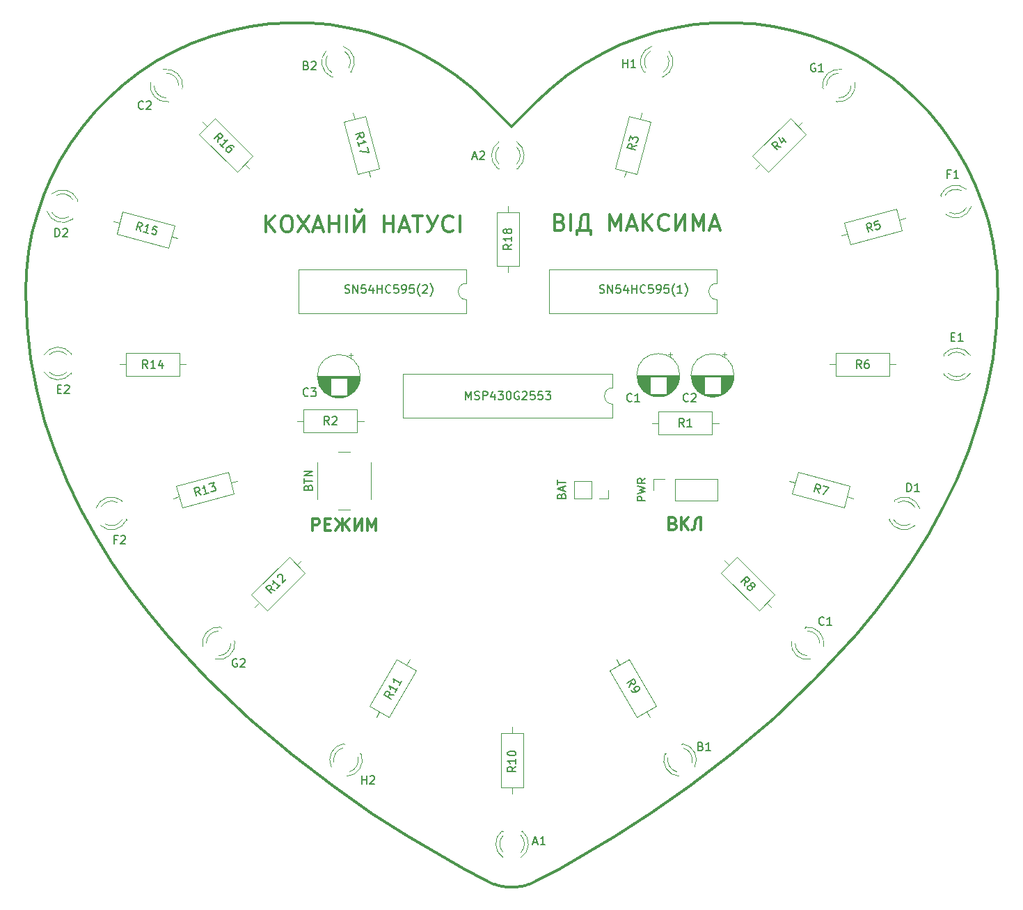
<source format=gbr>
%TF.GenerationSoftware,KiCad,Pcbnew,7.0.9*%
%TF.CreationDate,2025-02-08T08:35:37+01:00*%
%TF.ProjectId,heart,68656172-742e-46b6-9963-61645f706362,rev?*%
%TF.SameCoordinates,Original*%
%TF.FileFunction,Legend,Top*%
%TF.FilePolarity,Positive*%
%FSLAX46Y46*%
G04 Gerber Fmt 4.6, Leading zero omitted, Abs format (unit mm)*
G04 Created by KiCad (PCBNEW 7.0.9) date 2025-02-08 08:35:37*
%MOMM*%
%LPD*%
G01*
G04 APERTURE LIST*
%ADD10C,0.300000*%
%ADD11C,0.150000*%
%ADD12C,0.120000*%
G04 APERTURE END LIST*
D10*
X154908625Y-72860019D02*
X155194339Y-72955257D01*
X155194339Y-72955257D02*
X155289577Y-73050495D01*
X155289577Y-73050495D02*
X155384815Y-73240971D01*
X155384815Y-73240971D02*
X155384815Y-73526685D01*
X155384815Y-73526685D02*
X155289577Y-73717161D01*
X155289577Y-73717161D02*
X155194339Y-73812400D01*
X155194339Y-73812400D02*
X155003863Y-73907638D01*
X155003863Y-73907638D02*
X154241958Y-73907638D01*
X154241958Y-73907638D02*
X154241958Y-71907638D01*
X154241958Y-71907638D02*
X154908625Y-71907638D01*
X154908625Y-71907638D02*
X155099101Y-72002876D01*
X155099101Y-72002876D02*
X155194339Y-72098114D01*
X155194339Y-72098114D02*
X155289577Y-72288590D01*
X155289577Y-72288590D02*
X155289577Y-72479066D01*
X155289577Y-72479066D02*
X155194339Y-72669542D01*
X155194339Y-72669542D02*
X155099101Y-72764780D01*
X155099101Y-72764780D02*
X154908625Y-72860019D01*
X154908625Y-72860019D02*
X154241958Y-72860019D01*
X156241958Y-73907638D02*
X156241958Y-71907638D01*
X158718149Y-74383828D02*
X158718149Y-73907638D01*
X158718149Y-73907638D02*
X157003863Y-73907638D01*
X157003863Y-73907638D02*
X157003863Y-74383828D01*
X158337196Y-73907638D02*
X158337196Y-71907638D01*
X158337196Y-71907638D02*
X157861006Y-71907638D01*
X157861006Y-71907638D02*
X157670529Y-72002876D01*
X157670529Y-72002876D02*
X157575291Y-72098114D01*
X157575291Y-72098114D02*
X157480053Y-72288590D01*
X157480053Y-72288590D02*
X157289577Y-73907638D01*
X161003863Y-73907638D02*
X161003863Y-71907638D01*
X161003863Y-71907638D02*
X161670530Y-73336209D01*
X161670530Y-73336209D02*
X162337196Y-71907638D01*
X162337196Y-71907638D02*
X162337196Y-73907638D01*
X163194339Y-73336209D02*
X164146720Y-73336209D01*
X163003863Y-73907638D02*
X163670529Y-71907638D01*
X163670529Y-71907638D02*
X164337196Y-73907638D01*
X165003863Y-73907638D02*
X165003863Y-71907638D01*
X166146720Y-73907638D02*
X165289577Y-72764780D01*
X166146720Y-71907638D02*
X165003863Y-73050495D01*
X168146720Y-73717161D02*
X168051482Y-73812400D01*
X168051482Y-73812400D02*
X167765768Y-73907638D01*
X167765768Y-73907638D02*
X167575292Y-73907638D01*
X167575292Y-73907638D02*
X167289577Y-73812400D01*
X167289577Y-73812400D02*
X167099101Y-73621923D01*
X167099101Y-73621923D02*
X167003863Y-73431447D01*
X167003863Y-73431447D02*
X166908625Y-73050495D01*
X166908625Y-73050495D02*
X166908625Y-72764780D01*
X166908625Y-72764780D02*
X167003863Y-72383828D01*
X167003863Y-72383828D02*
X167099101Y-72193352D01*
X167099101Y-72193352D02*
X167289577Y-72002876D01*
X167289577Y-72002876D02*
X167575292Y-71907638D01*
X167575292Y-71907638D02*
X167765768Y-71907638D01*
X167765768Y-71907638D02*
X168051482Y-72002876D01*
X168051482Y-72002876D02*
X168146720Y-72098114D01*
X169003863Y-71907638D02*
X169003863Y-73907638D01*
X169003863Y-73907638D02*
X170146720Y-71907638D01*
X170146720Y-71907638D02*
X170146720Y-73907638D01*
X171099101Y-73907638D02*
X171099101Y-71907638D01*
X171099101Y-71907638D02*
X171765768Y-73336209D01*
X171765768Y-73336209D02*
X172432434Y-71907638D01*
X172432434Y-71907638D02*
X172432434Y-73907638D01*
X173289577Y-73336209D02*
X174241958Y-73336209D01*
X173099101Y-73907638D02*
X173765767Y-71907638D01*
X173765767Y-71907638D02*
X174432434Y-73907638D01*
X119139158Y-74060038D02*
X119139158Y-72060038D01*
X120282015Y-74060038D02*
X119424872Y-72917180D01*
X120282015Y-72060038D02*
X119139158Y-73202895D01*
X121520110Y-72060038D02*
X121901063Y-72060038D01*
X121901063Y-72060038D02*
X122091539Y-72155276D01*
X122091539Y-72155276D02*
X122282015Y-72345752D01*
X122282015Y-72345752D02*
X122377253Y-72726704D01*
X122377253Y-72726704D02*
X122377253Y-73393371D01*
X122377253Y-73393371D02*
X122282015Y-73774323D01*
X122282015Y-73774323D02*
X122091539Y-73964800D01*
X122091539Y-73964800D02*
X121901063Y-74060038D01*
X121901063Y-74060038D02*
X121520110Y-74060038D01*
X121520110Y-74060038D02*
X121329634Y-73964800D01*
X121329634Y-73964800D02*
X121139158Y-73774323D01*
X121139158Y-73774323D02*
X121043920Y-73393371D01*
X121043920Y-73393371D02*
X121043920Y-72726704D01*
X121043920Y-72726704D02*
X121139158Y-72345752D01*
X121139158Y-72345752D02*
X121329634Y-72155276D01*
X121329634Y-72155276D02*
X121520110Y-72060038D01*
X123043920Y-72060038D02*
X124377253Y-74060038D01*
X124377253Y-72060038D02*
X123043920Y-74060038D01*
X125043920Y-73488609D02*
X125996301Y-73488609D01*
X124853444Y-74060038D02*
X125520110Y-72060038D01*
X125520110Y-72060038D02*
X126186777Y-74060038D01*
X126853444Y-74060038D02*
X126853444Y-72060038D01*
X126853444Y-73012419D02*
X127996301Y-73012419D01*
X127996301Y-74060038D02*
X127996301Y-72060038D01*
X128948682Y-74060038D02*
X128948682Y-72060038D01*
X129901063Y-72060038D02*
X129901063Y-74060038D01*
X129901063Y-74060038D02*
X131043920Y-72060038D01*
X131043920Y-72060038D02*
X131043920Y-74060038D01*
X130091539Y-71298133D02*
X130186777Y-71488609D01*
X130186777Y-71488609D02*
X130377253Y-71583847D01*
X130377253Y-71583847D02*
X130567730Y-71583847D01*
X130567730Y-71583847D02*
X130758206Y-71488609D01*
X130758206Y-71488609D02*
X130853444Y-71298133D01*
X133520111Y-74060038D02*
X133520111Y-72060038D01*
X133520111Y-73012419D02*
X134662968Y-73012419D01*
X134662968Y-74060038D02*
X134662968Y-72060038D01*
X135520111Y-73488609D02*
X136472492Y-73488609D01*
X135329635Y-74060038D02*
X135996301Y-72060038D01*
X135996301Y-72060038D02*
X136662968Y-74060038D01*
X137043921Y-72060038D02*
X138186778Y-72060038D01*
X137615349Y-74060038D02*
X137615349Y-72060038D01*
X138758207Y-72060038D02*
X139424874Y-73393371D01*
X140091540Y-72060038D02*
X139234397Y-73774323D01*
X139234397Y-73774323D02*
X139043921Y-73964800D01*
X139043921Y-73964800D02*
X138853445Y-74060038D01*
X138853445Y-74060038D02*
X138758207Y-74060038D01*
X141901064Y-73869561D02*
X141805826Y-73964800D01*
X141805826Y-73964800D02*
X141520112Y-74060038D01*
X141520112Y-74060038D02*
X141329636Y-74060038D01*
X141329636Y-74060038D02*
X141043921Y-73964800D01*
X141043921Y-73964800D02*
X140853445Y-73774323D01*
X140853445Y-73774323D02*
X140758207Y-73583847D01*
X140758207Y-73583847D02*
X140662969Y-73202895D01*
X140662969Y-73202895D02*
X140662969Y-72917180D01*
X140662969Y-72917180D02*
X140758207Y-72536228D01*
X140758207Y-72536228D02*
X140853445Y-72345752D01*
X140853445Y-72345752D02*
X141043921Y-72155276D01*
X141043921Y-72155276D02*
X141329636Y-72060038D01*
X141329636Y-72060038D02*
X141520112Y-72060038D01*
X141520112Y-72060038D02*
X141805826Y-72155276D01*
X141805826Y-72155276D02*
X141901064Y-72250514D01*
X142758207Y-74060038D02*
X142758207Y-72060038D01*
X168694510Y-109505114D02*
X168908796Y-109576542D01*
X168908796Y-109576542D02*
X168980225Y-109647971D01*
X168980225Y-109647971D02*
X169051653Y-109790828D01*
X169051653Y-109790828D02*
X169051653Y-110005114D01*
X169051653Y-110005114D02*
X168980225Y-110147971D01*
X168980225Y-110147971D02*
X168908796Y-110219400D01*
X168908796Y-110219400D02*
X168765939Y-110290828D01*
X168765939Y-110290828D02*
X168194510Y-110290828D01*
X168194510Y-110290828D02*
X168194510Y-108790828D01*
X168194510Y-108790828D02*
X168694510Y-108790828D01*
X168694510Y-108790828D02*
X168837368Y-108862257D01*
X168837368Y-108862257D02*
X168908796Y-108933685D01*
X168908796Y-108933685D02*
X168980225Y-109076542D01*
X168980225Y-109076542D02*
X168980225Y-109219400D01*
X168980225Y-109219400D02*
X168908796Y-109362257D01*
X168908796Y-109362257D02*
X168837368Y-109433685D01*
X168837368Y-109433685D02*
X168694510Y-109505114D01*
X168694510Y-109505114D02*
X168194510Y-109505114D01*
X169694510Y-110290828D02*
X169694510Y-108790828D01*
X170551653Y-110290828D02*
X169908796Y-109433685D01*
X170551653Y-108790828D02*
X169694510Y-109647971D01*
X172051653Y-110290828D02*
X172051653Y-108790828D01*
X172051653Y-108790828D02*
X171837368Y-108790828D01*
X171837368Y-108790828D02*
X171623082Y-108862257D01*
X171623082Y-108862257D02*
X171480225Y-109005114D01*
X171480225Y-109005114D02*
X171408796Y-109219400D01*
X171408796Y-109219400D02*
X171265939Y-110076542D01*
X171265939Y-110076542D02*
X171194510Y-110219400D01*
X171194510Y-110219400D02*
X171051653Y-110290828D01*
X171051653Y-110290828D02*
X170980225Y-110290828D01*
X124811310Y-110392428D02*
X124811310Y-108892428D01*
X124811310Y-108892428D02*
X125382739Y-108892428D01*
X125382739Y-108892428D02*
X125525596Y-108963857D01*
X125525596Y-108963857D02*
X125597025Y-109035285D01*
X125597025Y-109035285D02*
X125668453Y-109178142D01*
X125668453Y-109178142D02*
X125668453Y-109392428D01*
X125668453Y-109392428D02*
X125597025Y-109535285D01*
X125597025Y-109535285D02*
X125525596Y-109606714D01*
X125525596Y-109606714D02*
X125382739Y-109678142D01*
X125382739Y-109678142D02*
X124811310Y-109678142D01*
X126311310Y-109606714D02*
X126811310Y-109606714D01*
X127025596Y-110392428D02*
X126311310Y-110392428D01*
X126311310Y-110392428D02*
X126311310Y-108892428D01*
X126311310Y-108892428D02*
X127025596Y-108892428D01*
X128239882Y-109535285D02*
X127597025Y-110392428D01*
X128454168Y-110392428D02*
X128454168Y-108892428D01*
X128454168Y-109749571D02*
X127597025Y-108892428D01*
X129311311Y-110392428D02*
X128668453Y-109535285D01*
X129311311Y-108892428D02*
X128454168Y-109749571D01*
X129954167Y-108892428D02*
X129954167Y-110392428D01*
X129954167Y-110392428D02*
X130811310Y-108892428D01*
X130811310Y-108892428D02*
X130811310Y-110392428D01*
X131525596Y-110392428D02*
X131525596Y-108892428D01*
X131525596Y-108892428D02*
X132025596Y-109963857D01*
X132025596Y-109963857D02*
X132525596Y-108892428D01*
X132525596Y-108892428D02*
X132525596Y-110392428D01*
X178452340Y-48738058D02*
X180846508Y-49055818D01*
X183226157Y-49552847D01*
X185581637Y-50231063D01*
X187903299Y-51092383D01*
X189041438Y-51589163D01*
X190153866Y-52125308D01*
X191239897Y-52699798D01*
X192298850Y-53311608D01*
X193330041Y-53959716D01*
X194332787Y-54643100D01*
X195306404Y-55360737D01*
X196250209Y-56111605D01*
X197163519Y-56894680D01*
X198045651Y-57708941D01*
X198895922Y-58553364D01*
X199713648Y-59426927D01*
X200498146Y-60328607D01*
X201248732Y-61257382D01*
X201964724Y-62212230D01*
X202645439Y-63192126D01*
X203290192Y-64196050D01*
X203898301Y-65222978D01*
X204469082Y-66271888D01*
X205001853Y-67341757D01*
X205495930Y-68431562D01*
X205950630Y-69540281D01*
X206365269Y-70666891D01*
X206739164Y-71810370D01*
X207071633Y-72969696D01*
X207361991Y-74143844D01*
X207609555Y-75331793D01*
X207813643Y-76532521D01*
X207973572Y-77745004D01*
X208088656Y-78968220D01*
X208158215Y-80201146D01*
X208181563Y-81442760D01*
X208026710Y-85486958D01*
X207575041Y-89430825D01*
X206845897Y-93272742D01*
X205858615Y-97011089D01*
X204632533Y-100644248D01*
X203186991Y-104170599D01*
X201541326Y-107588523D01*
X199714878Y-110896399D01*
X197726984Y-114092610D01*
X195596983Y-117175535D01*
X193344215Y-120143555D01*
X190988016Y-122995051D01*
X186042683Y-128341992D01*
X180915693Y-133203404D01*
X175761754Y-137566332D01*
X170735573Y-141417820D01*
X165991859Y-144744915D01*
X161685320Y-147534660D01*
X155002596Y-151450284D01*
X151925066Y-153061052D01*
X151755869Y-153140054D01*
X151584741Y-153214113D01*
X151411790Y-153283206D01*
X151237125Y-153347307D01*
X151060855Y-153406391D01*
X150883090Y-153460433D01*
X150703939Y-153509410D01*
X150523510Y-153553295D01*
X150341913Y-153592064D01*
X150159257Y-153625692D01*
X149975652Y-153654154D01*
X149791206Y-153677426D01*
X149606029Y-153695482D01*
X149420229Y-153708299D01*
X149233916Y-153715850D01*
X149047200Y-153718111D01*
X149047200Y-153718099D01*
X148860899Y-153715667D01*
X148675005Y-153707967D01*
X148489626Y-153695025D01*
X148304871Y-153676867D01*
X148120847Y-153653516D01*
X147937664Y-153624997D01*
X147755429Y-153591336D01*
X147574252Y-153552557D01*
X147394240Y-153508685D01*
X147215502Y-153459745D01*
X147038145Y-153405762D01*
X146862280Y-153346760D01*
X146688014Y-153282764D01*
X146515455Y-153213800D01*
X146344712Y-153139891D01*
X146175893Y-153061063D01*
X143099968Y-151460798D01*
X136417387Y-147563303D01*
X132110490Y-144783822D01*
X127366197Y-141466905D01*
X122339264Y-137624844D01*
X117184447Y-133269928D01*
X112056503Y-128414450D01*
X109550969Y-125802841D01*
X107110187Y-123070700D01*
X104753501Y-120219563D01*
X102500255Y-117250968D01*
X100369795Y-114166450D01*
X98381464Y-110967545D01*
X96554608Y-107655790D01*
X94908570Y-104232722D01*
X93462695Y-100699876D01*
X92236328Y-97058790D01*
X91248813Y-93310999D01*
X90519495Y-89458039D01*
X90067718Y-85501447D01*
X89912827Y-81442760D01*
X90005703Y-78968296D01*
X90280684Y-76532661D01*
X90732306Y-74144038D01*
X91355101Y-71810607D01*
X92143606Y-69540550D01*
X93092353Y-67342049D01*
X94195877Y-65223285D01*
X95448712Y-63192440D01*
X96845392Y-61257695D01*
X98380451Y-59427233D01*
X100048424Y-57709235D01*
X101843844Y-56111881D01*
X103761245Y-54643355D01*
X105795163Y-53311837D01*
X107940131Y-52125509D01*
X110190682Y-51092553D01*
X112512331Y-50231202D01*
X114867802Y-49552955D01*
X117247444Y-49055894D01*
X119641607Y-48738101D01*
X122040641Y-48597657D01*
X124434897Y-48632645D01*
X126814724Y-48841146D01*
X129170472Y-49221241D01*
X131492492Y-49771012D01*
X133771132Y-50488542D01*
X135996743Y-51371911D01*
X138159675Y-52419202D01*
X140250278Y-53628496D01*
X142258901Y-54997876D01*
X144175895Y-56525421D01*
X145991609Y-58209215D01*
X149047200Y-61264800D01*
X152102471Y-58209522D01*
X153918163Y-56525705D01*
X155835137Y-54998134D01*
X157843741Y-53628728D01*
X159934327Y-52419406D01*
X162097244Y-51372087D01*
X164322842Y-50488688D01*
X166601472Y-49771128D01*
X168923483Y-49221325D01*
X171279225Y-48841198D01*
X173659049Y-48632666D01*
X176053304Y-48597646D01*
X178452340Y-48738058D01*
D11*
X155093009Y-106148095D02*
X155140628Y-106005238D01*
X155140628Y-106005238D02*
X155188247Y-105957619D01*
X155188247Y-105957619D02*
X155283485Y-105910000D01*
X155283485Y-105910000D02*
X155426342Y-105910000D01*
X155426342Y-105910000D02*
X155521580Y-105957619D01*
X155521580Y-105957619D02*
X155569200Y-106005238D01*
X155569200Y-106005238D02*
X155616819Y-106100476D01*
X155616819Y-106100476D02*
X155616819Y-106481428D01*
X155616819Y-106481428D02*
X154616819Y-106481428D01*
X154616819Y-106481428D02*
X154616819Y-106148095D01*
X154616819Y-106148095D02*
X154664438Y-106052857D01*
X154664438Y-106052857D02*
X154712057Y-106005238D01*
X154712057Y-106005238D02*
X154807295Y-105957619D01*
X154807295Y-105957619D02*
X154902533Y-105957619D01*
X154902533Y-105957619D02*
X154997771Y-106005238D01*
X154997771Y-106005238D02*
X155045390Y-106052857D01*
X155045390Y-106052857D02*
X155093009Y-106148095D01*
X155093009Y-106148095D02*
X155093009Y-106481428D01*
X155331104Y-105529047D02*
X155331104Y-105052857D01*
X155616819Y-105624285D02*
X154616819Y-105290952D01*
X154616819Y-105290952D02*
X155616819Y-104957619D01*
X154616819Y-104767142D02*
X154616819Y-104195714D01*
X155616819Y-104481428D02*
X154616819Y-104481428D01*
X124289409Y-105125733D02*
X124337028Y-104982876D01*
X124337028Y-104982876D02*
X124384647Y-104935257D01*
X124384647Y-104935257D02*
X124479885Y-104887638D01*
X124479885Y-104887638D02*
X124622742Y-104887638D01*
X124622742Y-104887638D02*
X124717980Y-104935257D01*
X124717980Y-104935257D02*
X124765600Y-104982876D01*
X124765600Y-104982876D02*
X124813219Y-105078114D01*
X124813219Y-105078114D02*
X124813219Y-105459066D01*
X124813219Y-105459066D02*
X123813219Y-105459066D01*
X123813219Y-105459066D02*
X123813219Y-105125733D01*
X123813219Y-105125733D02*
X123860838Y-105030495D01*
X123860838Y-105030495D02*
X123908457Y-104982876D01*
X123908457Y-104982876D02*
X124003695Y-104935257D01*
X124003695Y-104935257D02*
X124098933Y-104935257D01*
X124098933Y-104935257D02*
X124194171Y-104982876D01*
X124194171Y-104982876D02*
X124241790Y-105030495D01*
X124241790Y-105030495D02*
X124289409Y-105125733D01*
X124289409Y-105125733D02*
X124289409Y-105459066D01*
X123813219Y-104601923D02*
X123813219Y-104030495D01*
X124813219Y-104316209D02*
X123813219Y-104316209D01*
X124813219Y-103697161D02*
X123813219Y-103697161D01*
X123813219Y-103697161D02*
X124813219Y-103125733D01*
X124813219Y-103125733D02*
X123813219Y-103125733D01*
X143447143Y-94434819D02*
X143447143Y-93434819D01*
X143447143Y-93434819D02*
X143780476Y-94149104D01*
X143780476Y-94149104D02*
X144113809Y-93434819D01*
X144113809Y-93434819D02*
X144113809Y-94434819D01*
X144542381Y-94387200D02*
X144685238Y-94434819D01*
X144685238Y-94434819D02*
X144923333Y-94434819D01*
X144923333Y-94434819D02*
X145018571Y-94387200D01*
X145018571Y-94387200D02*
X145066190Y-94339580D01*
X145066190Y-94339580D02*
X145113809Y-94244342D01*
X145113809Y-94244342D02*
X145113809Y-94149104D01*
X145113809Y-94149104D02*
X145066190Y-94053866D01*
X145066190Y-94053866D02*
X145018571Y-94006247D01*
X145018571Y-94006247D02*
X144923333Y-93958628D01*
X144923333Y-93958628D02*
X144732857Y-93911009D01*
X144732857Y-93911009D02*
X144637619Y-93863390D01*
X144637619Y-93863390D02*
X144590000Y-93815771D01*
X144590000Y-93815771D02*
X144542381Y-93720533D01*
X144542381Y-93720533D02*
X144542381Y-93625295D01*
X144542381Y-93625295D02*
X144590000Y-93530057D01*
X144590000Y-93530057D02*
X144637619Y-93482438D01*
X144637619Y-93482438D02*
X144732857Y-93434819D01*
X144732857Y-93434819D02*
X144970952Y-93434819D01*
X144970952Y-93434819D02*
X145113809Y-93482438D01*
X145542381Y-94434819D02*
X145542381Y-93434819D01*
X145542381Y-93434819D02*
X145923333Y-93434819D01*
X145923333Y-93434819D02*
X146018571Y-93482438D01*
X146018571Y-93482438D02*
X146066190Y-93530057D01*
X146066190Y-93530057D02*
X146113809Y-93625295D01*
X146113809Y-93625295D02*
X146113809Y-93768152D01*
X146113809Y-93768152D02*
X146066190Y-93863390D01*
X146066190Y-93863390D02*
X146018571Y-93911009D01*
X146018571Y-93911009D02*
X145923333Y-93958628D01*
X145923333Y-93958628D02*
X145542381Y-93958628D01*
X146970952Y-93768152D02*
X146970952Y-94434819D01*
X146732857Y-93387200D02*
X146494762Y-94101485D01*
X146494762Y-94101485D02*
X147113809Y-94101485D01*
X147399524Y-93434819D02*
X148018571Y-93434819D01*
X148018571Y-93434819D02*
X147685238Y-93815771D01*
X147685238Y-93815771D02*
X147828095Y-93815771D01*
X147828095Y-93815771D02*
X147923333Y-93863390D01*
X147923333Y-93863390D02*
X147970952Y-93911009D01*
X147970952Y-93911009D02*
X148018571Y-94006247D01*
X148018571Y-94006247D02*
X148018571Y-94244342D01*
X148018571Y-94244342D02*
X147970952Y-94339580D01*
X147970952Y-94339580D02*
X147923333Y-94387200D01*
X147923333Y-94387200D02*
X147828095Y-94434819D01*
X147828095Y-94434819D02*
X147542381Y-94434819D01*
X147542381Y-94434819D02*
X147447143Y-94387200D01*
X147447143Y-94387200D02*
X147399524Y-94339580D01*
X148637619Y-93434819D02*
X148732857Y-93434819D01*
X148732857Y-93434819D02*
X148828095Y-93482438D01*
X148828095Y-93482438D02*
X148875714Y-93530057D01*
X148875714Y-93530057D02*
X148923333Y-93625295D01*
X148923333Y-93625295D02*
X148970952Y-93815771D01*
X148970952Y-93815771D02*
X148970952Y-94053866D01*
X148970952Y-94053866D02*
X148923333Y-94244342D01*
X148923333Y-94244342D02*
X148875714Y-94339580D01*
X148875714Y-94339580D02*
X148828095Y-94387200D01*
X148828095Y-94387200D02*
X148732857Y-94434819D01*
X148732857Y-94434819D02*
X148637619Y-94434819D01*
X148637619Y-94434819D02*
X148542381Y-94387200D01*
X148542381Y-94387200D02*
X148494762Y-94339580D01*
X148494762Y-94339580D02*
X148447143Y-94244342D01*
X148447143Y-94244342D02*
X148399524Y-94053866D01*
X148399524Y-94053866D02*
X148399524Y-93815771D01*
X148399524Y-93815771D02*
X148447143Y-93625295D01*
X148447143Y-93625295D02*
X148494762Y-93530057D01*
X148494762Y-93530057D02*
X148542381Y-93482438D01*
X148542381Y-93482438D02*
X148637619Y-93434819D01*
X149923333Y-93482438D02*
X149828095Y-93434819D01*
X149828095Y-93434819D02*
X149685238Y-93434819D01*
X149685238Y-93434819D02*
X149542381Y-93482438D01*
X149542381Y-93482438D02*
X149447143Y-93577676D01*
X149447143Y-93577676D02*
X149399524Y-93672914D01*
X149399524Y-93672914D02*
X149351905Y-93863390D01*
X149351905Y-93863390D02*
X149351905Y-94006247D01*
X149351905Y-94006247D02*
X149399524Y-94196723D01*
X149399524Y-94196723D02*
X149447143Y-94291961D01*
X149447143Y-94291961D02*
X149542381Y-94387200D01*
X149542381Y-94387200D02*
X149685238Y-94434819D01*
X149685238Y-94434819D02*
X149780476Y-94434819D01*
X149780476Y-94434819D02*
X149923333Y-94387200D01*
X149923333Y-94387200D02*
X149970952Y-94339580D01*
X149970952Y-94339580D02*
X149970952Y-94006247D01*
X149970952Y-94006247D02*
X149780476Y-94006247D01*
X150351905Y-93530057D02*
X150399524Y-93482438D01*
X150399524Y-93482438D02*
X150494762Y-93434819D01*
X150494762Y-93434819D02*
X150732857Y-93434819D01*
X150732857Y-93434819D02*
X150828095Y-93482438D01*
X150828095Y-93482438D02*
X150875714Y-93530057D01*
X150875714Y-93530057D02*
X150923333Y-93625295D01*
X150923333Y-93625295D02*
X150923333Y-93720533D01*
X150923333Y-93720533D02*
X150875714Y-93863390D01*
X150875714Y-93863390D02*
X150304286Y-94434819D01*
X150304286Y-94434819D02*
X150923333Y-94434819D01*
X151828095Y-93434819D02*
X151351905Y-93434819D01*
X151351905Y-93434819D02*
X151304286Y-93911009D01*
X151304286Y-93911009D02*
X151351905Y-93863390D01*
X151351905Y-93863390D02*
X151447143Y-93815771D01*
X151447143Y-93815771D02*
X151685238Y-93815771D01*
X151685238Y-93815771D02*
X151780476Y-93863390D01*
X151780476Y-93863390D02*
X151828095Y-93911009D01*
X151828095Y-93911009D02*
X151875714Y-94006247D01*
X151875714Y-94006247D02*
X151875714Y-94244342D01*
X151875714Y-94244342D02*
X151828095Y-94339580D01*
X151828095Y-94339580D02*
X151780476Y-94387200D01*
X151780476Y-94387200D02*
X151685238Y-94434819D01*
X151685238Y-94434819D02*
X151447143Y-94434819D01*
X151447143Y-94434819D02*
X151351905Y-94387200D01*
X151351905Y-94387200D02*
X151304286Y-94339580D01*
X152780476Y-93434819D02*
X152304286Y-93434819D01*
X152304286Y-93434819D02*
X152256667Y-93911009D01*
X152256667Y-93911009D02*
X152304286Y-93863390D01*
X152304286Y-93863390D02*
X152399524Y-93815771D01*
X152399524Y-93815771D02*
X152637619Y-93815771D01*
X152637619Y-93815771D02*
X152732857Y-93863390D01*
X152732857Y-93863390D02*
X152780476Y-93911009D01*
X152780476Y-93911009D02*
X152828095Y-94006247D01*
X152828095Y-94006247D02*
X152828095Y-94244342D01*
X152828095Y-94244342D02*
X152780476Y-94339580D01*
X152780476Y-94339580D02*
X152732857Y-94387200D01*
X152732857Y-94387200D02*
X152637619Y-94434819D01*
X152637619Y-94434819D02*
X152399524Y-94434819D01*
X152399524Y-94434819D02*
X152304286Y-94387200D01*
X152304286Y-94387200D02*
X152256667Y-94339580D01*
X153161429Y-93434819D02*
X153780476Y-93434819D01*
X153780476Y-93434819D02*
X153447143Y-93815771D01*
X153447143Y-93815771D02*
X153590000Y-93815771D01*
X153590000Y-93815771D02*
X153685238Y-93863390D01*
X153685238Y-93863390D02*
X153732857Y-93911009D01*
X153732857Y-93911009D02*
X153780476Y-94006247D01*
X153780476Y-94006247D02*
X153780476Y-94244342D01*
X153780476Y-94244342D02*
X153732857Y-94339580D01*
X153732857Y-94339580D02*
X153685238Y-94387200D01*
X153685238Y-94387200D02*
X153590000Y-94434819D01*
X153590000Y-94434819D02*
X153304286Y-94434819D01*
X153304286Y-94434819D02*
X153209048Y-94387200D01*
X153209048Y-94387200D02*
X153161429Y-94339580D01*
X187031333Y-121771580D02*
X186983714Y-121819200D01*
X186983714Y-121819200D02*
X186840857Y-121866819D01*
X186840857Y-121866819D02*
X186745619Y-121866819D01*
X186745619Y-121866819D02*
X186602762Y-121819200D01*
X186602762Y-121819200D02*
X186507524Y-121723961D01*
X186507524Y-121723961D02*
X186459905Y-121628723D01*
X186459905Y-121628723D02*
X186412286Y-121438247D01*
X186412286Y-121438247D02*
X186412286Y-121295390D01*
X186412286Y-121295390D02*
X186459905Y-121104914D01*
X186459905Y-121104914D02*
X186507524Y-121009676D01*
X186507524Y-121009676D02*
X186602762Y-120914438D01*
X186602762Y-120914438D02*
X186745619Y-120866819D01*
X186745619Y-120866819D02*
X186840857Y-120866819D01*
X186840857Y-120866819D02*
X186983714Y-120914438D01*
X186983714Y-120914438D02*
X187031333Y-120962057D01*
X187983714Y-121866819D02*
X187412286Y-121866819D01*
X187698000Y-121866819D02*
X187698000Y-120866819D01*
X187698000Y-120866819D02*
X187602762Y-121009676D01*
X187602762Y-121009676D02*
X187507524Y-121104914D01*
X187507524Y-121104914D02*
X187412286Y-121152533D01*
X186411296Y-105806185D02*
X186212568Y-105259947D01*
X185859339Y-105658288D02*
X186118158Y-104692362D01*
X186118158Y-104692362D02*
X186486130Y-104790960D01*
X186486130Y-104790960D02*
X186565798Y-104861606D01*
X186565798Y-104861606D02*
X186599470Y-104919927D01*
X186599470Y-104919927D02*
X186620817Y-105024245D01*
X186620817Y-105024245D02*
X186583843Y-105162234D01*
X186583843Y-105162234D02*
X186513197Y-105241902D01*
X186513197Y-105241902D02*
X186454875Y-105275574D01*
X186454875Y-105275574D02*
X186350558Y-105296921D01*
X186350558Y-105296921D02*
X185982586Y-105198323D01*
X186992091Y-104926532D02*
X187636041Y-105099078D01*
X187636041Y-105099078D02*
X186963254Y-105954081D01*
X101012666Y-111437009D02*
X100679333Y-111437009D01*
X100679333Y-111960819D02*
X100679333Y-110960819D01*
X100679333Y-110960819D02*
X101155523Y-110960819D01*
X101488857Y-111056057D02*
X101536476Y-111008438D01*
X101536476Y-111008438D02*
X101631714Y-110960819D01*
X101631714Y-110960819D02*
X101869809Y-110960819D01*
X101869809Y-110960819D02*
X101965047Y-111008438D01*
X101965047Y-111008438D02*
X102012666Y-111056057D01*
X102012666Y-111056057D02*
X102060285Y-111151295D01*
X102060285Y-111151295D02*
X102060285Y-111246533D01*
X102060285Y-111246533D02*
X102012666Y-111389390D01*
X102012666Y-111389390D02*
X101441238Y-111960819D01*
X101441238Y-111960819D02*
X102060285Y-111960819D01*
X181813754Y-63685456D02*
X181241335Y-63584441D01*
X181409693Y-64089517D02*
X180702587Y-63382410D01*
X180702587Y-63382410D02*
X180971961Y-63113036D01*
X180971961Y-63113036D02*
X181072976Y-63079364D01*
X181072976Y-63079364D02*
X181140319Y-63079364D01*
X181140319Y-63079364D02*
X181241335Y-63113036D01*
X181241335Y-63113036D02*
X181342350Y-63214051D01*
X181342350Y-63214051D02*
X181376022Y-63315067D01*
X181376022Y-63315067D02*
X181376022Y-63382410D01*
X181376022Y-63382410D02*
X181342350Y-63483425D01*
X181342350Y-63483425D02*
X181072976Y-63752799D01*
X181948441Y-62607960D02*
X182419846Y-63079364D01*
X181510709Y-62506945D02*
X181847426Y-63180380D01*
X181847426Y-63180380D02*
X182285159Y-62742647D01*
X197127905Y-105610819D02*
X197127905Y-104610819D01*
X197127905Y-104610819D02*
X197366000Y-104610819D01*
X197366000Y-104610819D02*
X197508857Y-104658438D01*
X197508857Y-104658438D02*
X197604095Y-104753676D01*
X197604095Y-104753676D02*
X197651714Y-104848914D01*
X197651714Y-104848914D02*
X197699333Y-105039390D01*
X197699333Y-105039390D02*
X197699333Y-105182247D01*
X197699333Y-105182247D02*
X197651714Y-105372723D01*
X197651714Y-105372723D02*
X197604095Y-105467961D01*
X197604095Y-105467961D02*
X197508857Y-105563200D01*
X197508857Y-105563200D02*
X197366000Y-105610819D01*
X197366000Y-105610819D02*
X197127905Y-105610819D01*
X198651714Y-105610819D02*
X198080286Y-105610819D01*
X198366000Y-105610819D02*
X198366000Y-104610819D01*
X198366000Y-104610819D02*
X198270762Y-104753676D01*
X198270762Y-104753676D02*
X198175524Y-104848914D01*
X198175524Y-104848914D02*
X198080286Y-104896533D01*
X103909331Y-73932937D02*
X103710603Y-73386700D01*
X103357374Y-73785041D02*
X103616193Y-72819115D01*
X103616193Y-72819115D02*
X103984164Y-72917713D01*
X103984164Y-72917713D02*
X104063833Y-72988358D01*
X104063833Y-72988358D02*
X104097504Y-73046680D01*
X104097504Y-73046680D02*
X104118851Y-73150997D01*
X104118851Y-73150997D02*
X104081877Y-73288987D01*
X104081877Y-73288987D02*
X104011231Y-73368655D01*
X104011231Y-73368655D02*
X103952910Y-73402327D01*
X103952910Y-73402327D02*
X103848593Y-73423674D01*
X103848593Y-73423674D02*
X103480621Y-73325076D01*
X104829261Y-74179432D02*
X104277303Y-74031535D01*
X104553282Y-74105483D02*
X104812101Y-73139557D01*
X104812101Y-73139557D02*
X104683134Y-73252897D01*
X104683134Y-73252897D02*
X104566491Y-73320241D01*
X104566491Y-73320241D02*
X104462174Y-73341588D01*
X105962013Y-73447675D02*
X105502048Y-73324428D01*
X105502048Y-73324428D02*
X105332804Y-73772068D01*
X105332804Y-73772068D02*
X105391126Y-73738396D01*
X105391126Y-73738396D02*
X105495443Y-73717049D01*
X105495443Y-73717049D02*
X105725426Y-73778673D01*
X105725426Y-73778673D02*
X105805094Y-73849319D01*
X105805094Y-73849319D02*
X105838765Y-73907640D01*
X105838765Y-73907640D02*
X105860113Y-74011958D01*
X105860113Y-74011958D02*
X105798489Y-74241940D01*
X105798489Y-74241940D02*
X105727843Y-74321608D01*
X105727843Y-74321608D02*
X105669522Y-74355280D01*
X105669522Y-74355280D02*
X105565204Y-74376627D01*
X105565204Y-74376627D02*
X105335222Y-74315004D01*
X105335222Y-74315004D02*
X105255554Y-74244358D01*
X105255554Y-74244358D02*
X105221882Y-74186036D01*
X124055238Y-53779009D02*
X124198095Y-53826628D01*
X124198095Y-53826628D02*
X124245714Y-53874247D01*
X124245714Y-53874247D02*
X124293333Y-53969485D01*
X124293333Y-53969485D02*
X124293333Y-54112342D01*
X124293333Y-54112342D02*
X124245714Y-54207580D01*
X124245714Y-54207580D02*
X124198095Y-54255200D01*
X124198095Y-54255200D02*
X124102857Y-54302819D01*
X124102857Y-54302819D02*
X123721905Y-54302819D01*
X123721905Y-54302819D02*
X123721905Y-53302819D01*
X123721905Y-53302819D02*
X124055238Y-53302819D01*
X124055238Y-53302819D02*
X124150476Y-53350438D01*
X124150476Y-53350438D02*
X124198095Y-53398057D01*
X124198095Y-53398057D02*
X124245714Y-53493295D01*
X124245714Y-53493295D02*
X124245714Y-53588533D01*
X124245714Y-53588533D02*
X124198095Y-53683771D01*
X124198095Y-53683771D02*
X124150476Y-53731390D01*
X124150476Y-53731390D02*
X124055238Y-53779009D01*
X124055238Y-53779009D02*
X123721905Y-53779009D01*
X124674286Y-53398057D02*
X124721905Y-53350438D01*
X124721905Y-53350438D02*
X124817143Y-53302819D01*
X124817143Y-53302819D02*
X125055238Y-53302819D01*
X125055238Y-53302819D02*
X125150476Y-53350438D01*
X125150476Y-53350438D02*
X125198095Y-53398057D01*
X125198095Y-53398057D02*
X125245714Y-53493295D01*
X125245714Y-53493295D02*
X125245714Y-53588533D01*
X125245714Y-53588533D02*
X125198095Y-53731390D01*
X125198095Y-53731390D02*
X124626667Y-54302819D01*
X124626667Y-54302819D02*
X125245714Y-54302819D01*
X134692456Y-130324140D02*
X134113396Y-130374720D01*
X134406741Y-130819011D02*
X133540716Y-130319011D01*
X133540716Y-130319011D02*
X133731192Y-129989097D01*
X133731192Y-129989097D02*
X133820051Y-129930428D01*
X133820051Y-129930428D02*
X133885099Y-129912998D01*
X133885099Y-129912998D02*
X133991388Y-129919378D01*
X133991388Y-129919378D02*
X134115105Y-129990806D01*
X134115105Y-129990806D02*
X134173775Y-130079665D01*
X134173775Y-130079665D02*
X134191204Y-130144714D01*
X134191204Y-130144714D02*
X134184825Y-130251002D01*
X134184825Y-130251002D02*
X133994348Y-130580916D01*
X135168646Y-129499354D02*
X134882932Y-129994225D01*
X135025789Y-129746789D02*
X134159764Y-129246789D01*
X134159764Y-129246789D02*
X134235863Y-129400697D01*
X134235863Y-129400697D02*
X134270722Y-129530794D01*
X134270722Y-129530794D02*
X134264342Y-129637082D01*
X135644837Y-128674567D02*
X135359122Y-129169439D01*
X135501980Y-128922003D02*
X134635954Y-128422003D01*
X134635954Y-128422003D02*
X134712053Y-128575910D01*
X134712053Y-128575910D02*
X134746913Y-128706008D01*
X134746913Y-128706008D02*
X134740533Y-128812296D01*
X115609714Y-125994438D02*
X115514476Y-125946819D01*
X115514476Y-125946819D02*
X115371619Y-125946819D01*
X115371619Y-125946819D02*
X115228762Y-125994438D01*
X115228762Y-125994438D02*
X115133524Y-126089676D01*
X115133524Y-126089676D02*
X115085905Y-126184914D01*
X115085905Y-126184914D02*
X115038286Y-126375390D01*
X115038286Y-126375390D02*
X115038286Y-126518247D01*
X115038286Y-126518247D02*
X115085905Y-126708723D01*
X115085905Y-126708723D02*
X115133524Y-126803961D01*
X115133524Y-126803961D02*
X115228762Y-126899200D01*
X115228762Y-126899200D02*
X115371619Y-126946819D01*
X115371619Y-126946819D02*
X115466857Y-126946819D01*
X115466857Y-126946819D02*
X115609714Y-126899200D01*
X115609714Y-126899200D02*
X115657333Y-126851580D01*
X115657333Y-126851580D02*
X115657333Y-126518247D01*
X115657333Y-126518247D02*
X115466857Y-126518247D01*
X116038286Y-126042057D02*
X116085905Y-125994438D01*
X116085905Y-125994438D02*
X116181143Y-125946819D01*
X116181143Y-125946819D02*
X116419238Y-125946819D01*
X116419238Y-125946819D02*
X116514476Y-125994438D01*
X116514476Y-125994438D02*
X116562095Y-126042057D01*
X116562095Y-126042057D02*
X116609714Y-126137295D01*
X116609714Y-126137295D02*
X116609714Y-126232533D01*
X116609714Y-126232533D02*
X116562095Y-126375390D01*
X116562095Y-126375390D02*
X115990667Y-126946819D01*
X115990667Y-126946819D02*
X116609714Y-126946819D01*
X162560095Y-54048819D02*
X162560095Y-53048819D01*
X162560095Y-53525009D02*
X163131523Y-53525009D01*
X163131523Y-54048819D02*
X163131523Y-53048819D01*
X164131523Y-54048819D02*
X163560095Y-54048819D01*
X163845809Y-54048819D02*
X163845809Y-53048819D01*
X163845809Y-53048819D02*
X163750571Y-53191676D01*
X163750571Y-53191676D02*
X163655333Y-53286914D01*
X163655333Y-53286914D02*
X163560095Y-53334533D01*
X149552819Y-139072857D02*
X149076628Y-139406190D01*
X149552819Y-139644285D02*
X148552819Y-139644285D01*
X148552819Y-139644285D02*
X148552819Y-139263333D01*
X148552819Y-139263333D02*
X148600438Y-139168095D01*
X148600438Y-139168095D02*
X148648057Y-139120476D01*
X148648057Y-139120476D02*
X148743295Y-139072857D01*
X148743295Y-139072857D02*
X148886152Y-139072857D01*
X148886152Y-139072857D02*
X148981390Y-139120476D01*
X148981390Y-139120476D02*
X149029009Y-139168095D01*
X149029009Y-139168095D02*
X149076628Y-139263333D01*
X149076628Y-139263333D02*
X149076628Y-139644285D01*
X149552819Y-138120476D02*
X149552819Y-138691904D01*
X149552819Y-138406190D02*
X148552819Y-138406190D01*
X148552819Y-138406190D02*
X148695676Y-138501428D01*
X148695676Y-138501428D02*
X148790914Y-138596666D01*
X148790914Y-138596666D02*
X148838533Y-138691904D01*
X148552819Y-137501428D02*
X148552819Y-137406190D01*
X148552819Y-137406190D02*
X148600438Y-137310952D01*
X148600438Y-137310952D02*
X148648057Y-137263333D01*
X148648057Y-137263333D02*
X148743295Y-137215714D01*
X148743295Y-137215714D02*
X148933771Y-137168095D01*
X148933771Y-137168095D02*
X149171866Y-137168095D01*
X149171866Y-137168095D02*
X149362342Y-137215714D01*
X149362342Y-137215714D02*
X149457580Y-137263333D01*
X149457580Y-137263333D02*
X149505200Y-137310952D01*
X149505200Y-137310952D02*
X149552819Y-137406190D01*
X149552819Y-137406190D02*
X149552819Y-137501428D01*
X149552819Y-137501428D02*
X149505200Y-137596666D01*
X149505200Y-137596666D02*
X149457580Y-137644285D01*
X149457580Y-137644285D02*
X149362342Y-137691904D01*
X149362342Y-137691904D02*
X149171866Y-137739523D01*
X149171866Y-137739523D02*
X148933771Y-137739523D01*
X148933771Y-137739523D02*
X148743295Y-137691904D01*
X148743295Y-137691904D02*
X148648057Y-137644285D01*
X148648057Y-137644285D02*
X148600438Y-137596666D01*
X148600438Y-137596666D02*
X148552819Y-137501428D01*
X128754857Y-81433200D02*
X128897714Y-81480819D01*
X128897714Y-81480819D02*
X129135809Y-81480819D01*
X129135809Y-81480819D02*
X129231047Y-81433200D01*
X129231047Y-81433200D02*
X129278666Y-81385580D01*
X129278666Y-81385580D02*
X129326285Y-81290342D01*
X129326285Y-81290342D02*
X129326285Y-81195104D01*
X129326285Y-81195104D02*
X129278666Y-81099866D01*
X129278666Y-81099866D02*
X129231047Y-81052247D01*
X129231047Y-81052247D02*
X129135809Y-81004628D01*
X129135809Y-81004628D02*
X128945333Y-80957009D01*
X128945333Y-80957009D02*
X128850095Y-80909390D01*
X128850095Y-80909390D02*
X128802476Y-80861771D01*
X128802476Y-80861771D02*
X128754857Y-80766533D01*
X128754857Y-80766533D02*
X128754857Y-80671295D01*
X128754857Y-80671295D02*
X128802476Y-80576057D01*
X128802476Y-80576057D02*
X128850095Y-80528438D01*
X128850095Y-80528438D02*
X128945333Y-80480819D01*
X128945333Y-80480819D02*
X129183428Y-80480819D01*
X129183428Y-80480819D02*
X129326285Y-80528438D01*
X129754857Y-81480819D02*
X129754857Y-80480819D01*
X129754857Y-80480819D02*
X130326285Y-81480819D01*
X130326285Y-81480819D02*
X130326285Y-80480819D01*
X131278666Y-80480819D02*
X130802476Y-80480819D01*
X130802476Y-80480819D02*
X130754857Y-80957009D01*
X130754857Y-80957009D02*
X130802476Y-80909390D01*
X130802476Y-80909390D02*
X130897714Y-80861771D01*
X130897714Y-80861771D02*
X131135809Y-80861771D01*
X131135809Y-80861771D02*
X131231047Y-80909390D01*
X131231047Y-80909390D02*
X131278666Y-80957009D01*
X131278666Y-80957009D02*
X131326285Y-81052247D01*
X131326285Y-81052247D02*
X131326285Y-81290342D01*
X131326285Y-81290342D02*
X131278666Y-81385580D01*
X131278666Y-81385580D02*
X131231047Y-81433200D01*
X131231047Y-81433200D02*
X131135809Y-81480819D01*
X131135809Y-81480819D02*
X130897714Y-81480819D01*
X130897714Y-81480819D02*
X130802476Y-81433200D01*
X130802476Y-81433200D02*
X130754857Y-81385580D01*
X132183428Y-80814152D02*
X132183428Y-81480819D01*
X131945333Y-80433200D02*
X131707238Y-81147485D01*
X131707238Y-81147485D02*
X132326285Y-81147485D01*
X132707238Y-81480819D02*
X132707238Y-80480819D01*
X132707238Y-80957009D02*
X133278666Y-80957009D01*
X133278666Y-81480819D02*
X133278666Y-80480819D01*
X134326285Y-81385580D02*
X134278666Y-81433200D01*
X134278666Y-81433200D02*
X134135809Y-81480819D01*
X134135809Y-81480819D02*
X134040571Y-81480819D01*
X134040571Y-81480819D02*
X133897714Y-81433200D01*
X133897714Y-81433200D02*
X133802476Y-81337961D01*
X133802476Y-81337961D02*
X133754857Y-81242723D01*
X133754857Y-81242723D02*
X133707238Y-81052247D01*
X133707238Y-81052247D02*
X133707238Y-80909390D01*
X133707238Y-80909390D02*
X133754857Y-80718914D01*
X133754857Y-80718914D02*
X133802476Y-80623676D01*
X133802476Y-80623676D02*
X133897714Y-80528438D01*
X133897714Y-80528438D02*
X134040571Y-80480819D01*
X134040571Y-80480819D02*
X134135809Y-80480819D01*
X134135809Y-80480819D02*
X134278666Y-80528438D01*
X134278666Y-80528438D02*
X134326285Y-80576057D01*
X135231047Y-80480819D02*
X134754857Y-80480819D01*
X134754857Y-80480819D02*
X134707238Y-80957009D01*
X134707238Y-80957009D02*
X134754857Y-80909390D01*
X134754857Y-80909390D02*
X134850095Y-80861771D01*
X134850095Y-80861771D02*
X135088190Y-80861771D01*
X135088190Y-80861771D02*
X135183428Y-80909390D01*
X135183428Y-80909390D02*
X135231047Y-80957009D01*
X135231047Y-80957009D02*
X135278666Y-81052247D01*
X135278666Y-81052247D02*
X135278666Y-81290342D01*
X135278666Y-81290342D02*
X135231047Y-81385580D01*
X135231047Y-81385580D02*
X135183428Y-81433200D01*
X135183428Y-81433200D02*
X135088190Y-81480819D01*
X135088190Y-81480819D02*
X134850095Y-81480819D01*
X134850095Y-81480819D02*
X134754857Y-81433200D01*
X134754857Y-81433200D02*
X134707238Y-81385580D01*
X135754857Y-81480819D02*
X135945333Y-81480819D01*
X135945333Y-81480819D02*
X136040571Y-81433200D01*
X136040571Y-81433200D02*
X136088190Y-81385580D01*
X136088190Y-81385580D02*
X136183428Y-81242723D01*
X136183428Y-81242723D02*
X136231047Y-81052247D01*
X136231047Y-81052247D02*
X136231047Y-80671295D01*
X136231047Y-80671295D02*
X136183428Y-80576057D01*
X136183428Y-80576057D02*
X136135809Y-80528438D01*
X136135809Y-80528438D02*
X136040571Y-80480819D01*
X136040571Y-80480819D02*
X135850095Y-80480819D01*
X135850095Y-80480819D02*
X135754857Y-80528438D01*
X135754857Y-80528438D02*
X135707238Y-80576057D01*
X135707238Y-80576057D02*
X135659619Y-80671295D01*
X135659619Y-80671295D02*
X135659619Y-80909390D01*
X135659619Y-80909390D02*
X135707238Y-81004628D01*
X135707238Y-81004628D02*
X135754857Y-81052247D01*
X135754857Y-81052247D02*
X135850095Y-81099866D01*
X135850095Y-81099866D02*
X136040571Y-81099866D01*
X136040571Y-81099866D02*
X136135809Y-81052247D01*
X136135809Y-81052247D02*
X136183428Y-81004628D01*
X136183428Y-81004628D02*
X136231047Y-80909390D01*
X137135809Y-80480819D02*
X136659619Y-80480819D01*
X136659619Y-80480819D02*
X136612000Y-80957009D01*
X136612000Y-80957009D02*
X136659619Y-80909390D01*
X136659619Y-80909390D02*
X136754857Y-80861771D01*
X136754857Y-80861771D02*
X136992952Y-80861771D01*
X136992952Y-80861771D02*
X137088190Y-80909390D01*
X137088190Y-80909390D02*
X137135809Y-80957009D01*
X137135809Y-80957009D02*
X137183428Y-81052247D01*
X137183428Y-81052247D02*
X137183428Y-81290342D01*
X137183428Y-81290342D02*
X137135809Y-81385580D01*
X137135809Y-81385580D02*
X137088190Y-81433200D01*
X137088190Y-81433200D02*
X136992952Y-81480819D01*
X136992952Y-81480819D02*
X136754857Y-81480819D01*
X136754857Y-81480819D02*
X136659619Y-81433200D01*
X136659619Y-81433200D02*
X136612000Y-81385580D01*
X137897714Y-81861771D02*
X137850095Y-81814152D01*
X137850095Y-81814152D02*
X137754857Y-81671295D01*
X137754857Y-81671295D02*
X137707238Y-81576057D01*
X137707238Y-81576057D02*
X137659619Y-81433200D01*
X137659619Y-81433200D02*
X137612000Y-81195104D01*
X137612000Y-81195104D02*
X137612000Y-81004628D01*
X137612000Y-81004628D02*
X137659619Y-80766533D01*
X137659619Y-80766533D02*
X137707238Y-80623676D01*
X137707238Y-80623676D02*
X137754857Y-80528438D01*
X137754857Y-80528438D02*
X137850095Y-80385580D01*
X137850095Y-80385580D02*
X137897714Y-80337961D01*
X138231048Y-80576057D02*
X138278667Y-80528438D01*
X138278667Y-80528438D02*
X138373905Y-80480819D01*
X138373905Y-80480819D02*
X138612000Y-80480819D01*
X138612000Y-80480819D02*
X138707238Y-80528438D01*
X138707238Y-80528438D02*
X138754857Y-80576057D01*
X138754857Y-80576057D02*
X138802476Y-80671295D01*
X138802476Y-80671295D02*
X138802476Y-80766533D01*
X138802476Y-80766533D02*
X138754857Y-80909390D01*
X138754857Y-80909390D02*
X138183429Y-81480819D01*
X138183429Y-81480819D02*
X138802476Y-81480819D01*
X139135810Y-81861771D02*
X139183429Y-81814152D01*
X139183429Y-81814152D02*
X139278667Y-81671295D01*
X139278667Y-81671295D02*
X139326286Y-81576057D01*
X139326286Y-81576057D02*
X139373905Y-81433200D01*
X139373905Y-81433200D02*
X139421524Y-81195104D01*
X139421524Y-81195104D02*
X139421524Y-81004628D01*
X139421524Y-81004628D02*
X139373905Y-80766533D01*
X139373905Y-80766533D02*
X139326286Y-80623676D01*
X139326286Y-80623676D02*
X139278667Y-80528438D01*
X139278667Y-80528438D02*
X139183429Y-80385580D01*
X139183429Y-80385580D02*
X139135810Y-80337961D01*
X104757142Y-90624819D02*
X104423809Y-90148628D01*
X104185714Y-90624819D02*
X104185714Y-89624819D01*
X104185714Y-89624819D02*
X104566666Y-89624819D01*
X104566666Y-89624819D02*
X104661904Y-89672438D01*
X104661904Y-89672438D02*
X104709523Y-89720057D01*
X104709523Y-89720057D02*
X104757142Y-89815295D01*
X104757142Y-89815295D02*
X104757142Y-89958152D01*
X104757142Y-89958152D02*
X104709523Y-90053390D01*
X104709523Y-90053390D02*
X104661904Y-90101009D01*
X104661904Y-90101009D02*
X104566666Y-90148628D01*
X104566666Y-90148628D02*
X104185714Y-90148628D01*
X105709523Y-90624819D02*
X105138095Y-90624819D01*
X105423809Y-90624819D02*
X105423809Y-89624819D01*
X105423809Y-89624819D02*
X105328571Y-89767676D01*
X105328571Y-89767676D02*
X105233333Y-89862914D01*
X105233333Y-89862914D02*
X105138095Y-89910533D01*
X106566666Y-89958152D02*
X106566666Y-90624819D01*
X106328571Y-89577200D02*
X106090476Y-90291485D01*
X106090476Y-90291485D02*
X106709523Y-90291485D01*
X126833333Y-97482819D02*
X126500000Y-97006628D01*
X126261905Y-97482819D02*
X126261905Y-96482819D01*
X126261905Y-96482819D02*
X126642857Y-96482819D01*
X126642857Y-96482819D02*
X126738095Y-96530438D01*
X126738095Y-96530438D02*
X126785714Y-96578057D01*
X126785714Y-96578057D02*
X126833333Y-96673295D01*
X126833333Y-96673295D02*
X126833333Y-96816152D01*
X126833333Y-96816152D02*
X126785714Y-96911390D01*
X126785714Y-96911390D02*
X126738095Y-96959009D01*
X126738095Y-96959009D02*
X126642857Y-97006628D01*
X126642857Y-97006628D02*
X126261905Y-97006628D01*
X127214286Y-96578057D02*
X127261905Y-96530438D01*
X127261905Y-96530438D02*
X127357143Y-96482819D01*
X127357143Y-96482819D02*
X127595238Y-96482819D01*
X127595238Y-96482819D02*
X127690476Y-96530438D01*
X127690476Y-96530438D02*
X127738095Y-96578057D01*
X127738095Y-96578057D02*
X127785714Y-96673295D01*
X127785714Y-96673295D02*
X127785714Y-96768533D01*
X127785714Y-96768533D02*
X127738095Y-96911390D01*
X127738095Y-96911390D02*
X127166667Y-97482819D01*
X127166667Y-97482819D02*
X127785714Y-97482819D01*
X170521333Y-94593580D02*
X170473714Y-94641200D01*
X170473714Y-94641200D02*
X170330857Y-94688819D01*
X170330857Y-94688819D02*
X170235619Y-94688819D01*
X170235619Y-94688819D02*
X170092762Y-94641200D01*
X170092762Y-94641200D02*
X169997524Y-94545961D01*
X169997524Y-94545961D02*
X169949905Y-94450723D01*
X169949905Y-94450723D02*
X169902286Y-94260247D01*
X169902286Y-94260247D02*
X169902286Y-94117390D01*
X169902286Y-94117390D02*
X169949905Y-93926914D01*
X169949905Y-93926914D02*
X169997524Y-93831676D01*
X169997524Y-93831676D02*
X170092762Y-93736438D01*
X170092762Y-93736438D02*
X170235619Y-93688819D01*
X170235619Y-93688819D02*
X170330857Y-93688819D01*
X170330857Y-93688819D02*
X170473714Y-93736438D01*
X170473714Y-93736438D02*
X170521333Y-93784057D01*
X170902286Y-93784057D02*
X170949905Y-93736438D01*
X170949905Y-93736438D02*
X171045143Y-93688819D01*
X171045143Y-93688819D02*
X171283238Y-93688819D01*
X171283238Y-93688819D02*
X171378476Y-93736438D01*
X171378476Y-93736438D02*
X171426095Y-93784057D01*
X171426095Y-93784057D02*
X171473714Y-93879295D01*
X171473714Y-93879295D02*
X171473714Y-93974533D01*
X171473714Y-93974533D02*
X171426095Y-94117390D01*
X171426095Y-94117390D02*
X170854667Y-94688819D01*
X170854667Y-94688819D02*
X171473714Y-94688819D01*
X191593333Y-90624819D02*
X191260000Y-90148628D01*
X191021905Y-90624819D02*
X191021905Y-89624819D01*
X191021905Y-89624819D02*
X191402857Y-89624819D01*
X191402857Y-89624819D02*
X191498095Y-89672438D01*
X191498095Y-89672438D02*
X191545714Y-89720057D01*
X191545714Y-89720057D02*
X191593333Y-89815295D01*
X191593333Y-89815295D02*
X191593333Y-89958152D01*
X191593333Y-89958152D02*
X191545714Y-90053390D01*
X191545714Y-90053390D02*
X191498095Y-90101009D01*
X191498095Y-90101009D02*
X191402857Y-90148628D01*
X191402857Y-90148628D02*
X191021905Y-90148628D01*
X192450476Y-89624819D02*
X192260000Y-89624819D01*
X192260000Y-89624819D02*
X192164762Y-89672438D01*
X192164762Y-89672438D02*
X192117143Y-89720057D01*
X192117143Y-89720057D02*
X192021905Y-89862914D01*
X192021905Y-89862914D02*
X191974286Y-90053390D01*
X191974286Y-90053390D02*
X191974286Y-90434342D01*
X191974286Y-90434342D02*
X192021905Y-90529580D01*
X192021905Y-90529580D02*
X192069524Y-90577200D01*
X192069524Y-90577200D02*
X192164762Y-90624819D01*
X192164762Y-90624819D02*
X192355238Y-90624819D01*
X192355238Y-90624819D02*
X192450476Y-90577200D01*
X192450476Y-90577200D02*
X192498095Y-90529580D01*
X192498095Y-90529580D02*
X192545714Y-90434342D01*
X192545714Y-90434342D02*
X192545714Y-90196247D01*
X192545714Y-90196247D02*
X192498095Y-90101009D01*
X192498095Y-90101009D02*
X192450476Y-90053390D01*
X192450476Y-90053390D02*
X192355238Y-90005771D01*
X192355238Y-90005771D02*
X192164762Y-90005771D01*
X192164762Y-90005771D02*
X192069524Y-90053390D01*
X192069524Y-90053390D02*
X192021905Y-90101009D01*
X192021905Y-90101009D02*
X191974286Y-90196247D01*
X192996728Y-73888457D02*
X192551506Y-73514766D01*
X192444771Y-74036354D02*
X192185951Y-73070428D01*
X192185951Y-73070428D02*
X192553923Y-72971830D01*
X192553923Y-72971830D02*
X192658241Y-72993177D01*
X192658241Y-72993177D02*
X192716562Y-73026849D01*
X192716562Y-73026849D02*
X192787208Y-73106517D01*
X192787208Y-73106517D02*
X192824182Y-73244507D01*
X192824182Y-73244507D02*
X192802835Y-73348824D01*
X192802835Y-73348824D02*
X192769163Y-73407146D01*
X192769163Y-73407146D02*
X192689495Y-73477792D01*
X192689495Y-73477792D02*
X192321523Y-73576389D01*
X193611842Y-72688362D02*
X193151877Y-72811609D01*
X193151877Y-72811609D02*
X193229128Y-73283898D01*
X193229128Y-73283898D02*
X193262800Y-73225577D01*
X193262800Y-73225577D02*
X193342468Y-73154931D01*
X193342468Y-73154931D02*
X193572450Y-73093308D01*
X193572450Y-73093308D02*
X193676768Y-73114655D01*
X193676768Y-73114655D02*
X193735089Y-73148327D01*
X193735089Y-73148327D02*
X193805735Y-73227995D01*
X193805735Y-73227995D02*
X193867359Y-73457977D01*
X193867359Y-73457977D02*
X193846012Y-73562295D01*
X193846012Y-73562295D02*
X193812340Y-73620616D01*
X193812340Y-73620616D02*
X193732672Y-73691262D01*
X193732672Y-73691262D02*
X193502689Y-73752885D01*
X193502689Y-73752885D02*
X193398372Y-73731538D01*
X193398372Y-73731538D02*
X193340050Y-73697867D01*
X172061238Y-136583009D02*
X172204095Y-136630628D01*
X172204095Y-136630628D02*
X172251714Y-136678247D01*
X172251714Y-136678247D02*
X172299333Y-136773485D01*
X172299333Y-136773485D02*
X172299333Y-136916342D01*
X172299333Y-136916342D02*
X172251714Y-137011580D01*
X172251714Y-137011580D02*
X172204095Y-137059200D01*
X172204095Y-137059200D02*
X172108857Y-137106819D01*
X172108857Y-137106819D02*
X171727905Y-137106819D01*
X171727905Y-137106819D02*
X171727905Y-136106819D01*
X171727905Y-136106819D02*
X172061238Y-136106819D01*
X172061238Y-136106819D02*
X172156476Y-136154438D01*
X172156476Y-136154438D02*
X172204095Y-136202057D01*
X172204095Y-136202057D02*
X172251714Y-136297295D01*
X172251714Y-136297295D02*
X172251714Y-136392533D01*
X172251714Y-136392533D02*
X172204095Y-136487771D01*
X172204095Y-136487771D02*
X172156476Y-136535390D01*
X172156476Y-136535390D02*
X172061238Y-136583009D01*
X172061238Y-136583009D02*
X171727905Y-136583009D01*
X173251714Y-137106819D02*
X172680286Y-137106819D01*
X172966000Y-137106819D02*
X172966000Y-136106819D01*
X172966000Y-136106819D02*
X172870762Y-136249676D01*
X172870762Y-136249676D02*
X172775524Y-136344914D01*
X172775524Y-136344914D02*
X172680286Y-136392533D01*
X144319714Y-64929104D02*
X144795904Y-64929104D01*
X144224476Y-65214819D02*
X144557809Y-64214819D01*
X144557809Y-64214819D02*
X144891142Y-65214819D01*
X145176857Y-64310057D02*
X145224476Y-64262438D01*
X145224476Y-64262438D02*
X145319714Y-64214819D01*
X145319714Y-64214819D02*
X145557809Y-64214819D01*
X145557809Y-64214819D02*
X145653047Y-64262438D01*
X145653047Y-64262438D02*
X145700666Y-64310057D01*
X145700666Y-64310057D02*
X145748285Y-64405295D01*
X145748285Y-64405295D02*
X145748285Y-64500533D01*
X145748285Y-64500533D02*
X145700666Y-64643390D01*
X145700666Y-64643390D02*
X145129238Y-65214819D01*
X145129238Y-65214819D02*
X145748285Y-65214819D01*
X111256763Y-106015705D02*
X110811541Y-105642013D01*
X110704805Y-106163601D02*
X110445986Y-105197675D01*
X110445986Y-105197675D02*
X110813958Y-105099078D01*
X110813958Y-105099078D02*
X110918276Y-105120425D01*
X110918276Y-105120425D02*
X110976597Y-105154096D01*
X110976597Y-105154096D02*
X111047243Y-105233765D01*
X111047243Y-105233765D02*
X111084217Y-105371754D01*
X111084217Y-105371754D02*
X111062870Y-105476072D01*
X111062870Y-105476072D02*
X111029198Y-105534393D01*
X111029198Y-105534393D02*
X110949530Y-105605039D01*
X110949530Y-105605039D02*
X110581558Y-105703637D01*
X112176692Y-105769210D02*
X111624735Y-105917107D01*
X111900714Y-105843159D02*
X111641894Y-104877233D01*
X111641894Y-104877233D02*
X111586876Y-105039872D01*
X111586876Y-105039872D02*
X111519532Y-105156514D01*
X111519532Y-105156514D02*
X111439864Y-105227160D01*
X112239849Y-104717011D02*
X112837803Y-104556790D01*
X112837803Y-104556790D02*
X112614425Y-105011035D01*
X112614425Y-105011035D02*
X112752415Y-104974061D01*
X112752415Y-104974061D02*
X112856732Y-104995408D01*
X112856732Y-104995408D02*
X112915053Y-105029080D01*
X112915053Y-105029080D02*
X112985699Y-105108748D01*
X112985699Y-105108748D02*
X113047323Y-105338730D01*
X113047323Y-105338730D02*
X113025976Y-105443048D01*
X113025976Y-105443048D02*
X112992304Y-105501369D01*
X112992304Y-105501369D02*
X112912636Y-105572015D01*
X112912636Y-105572015D02*
X112636657Y-105645963D01*
X112636657Y-105645963D02*
X112532339Y-105624616D01*
X112532339Y-105624616D02*
X112474018Y-105590944D01*
X93495905Y-74622819D02*
X93495905Y-73622819D01*
X93495905Y-73622819D02*
X93734000Y-73622819D01*
X93734000Y-73622819D02*
X93876857Y-73670438D01*
X93876857Y-73670438D02*
X93972095Y-73765676D01*
X93972095Y-73765676D02*
X94019714Y-73860914D01*
X94019714Y-73860914D02*
X94067333Y-74051390D01*
X94067333Y-74051390D02*
X94067333Y-74194247D01*
X94067333Y-74194247D02*
X94019714Y-74384723D01*
X94019714Y-74384723D02*
X93972095Y-74479961D01*
X93972095Y-74479961D02*
X93876857Y-74575200D01*
X93876857Y-74575200D02*
X93734000Y-74622819D01*
X93734000Y-74622819D02*
X93495905Y-74622819D01*
X94448286Y-73718057D02*
X94495905Y-73670438D01*
X94495905Y-73670438D02*
X94591143Y-73622819D01*
X94591143Y-73622819D02*
X94829238Y-73622819D01*
X94829238Y-73622819D02*
X94924476Y-73670438D01*
X94924476Y-73670438D02*
X94972095Y-73718057D01*
X94972095Y-73718057D02*
X95019714Y-73813295D01*
X95019714Y-73813295D02*
X95019714Y-73908533D01*
X95019714Y-73908533D02*
X94972095Y-74051390D01*
X94972095Y-74051390D02*
X94400667Y-74622819D01*
X94400667Y-74622819D02*
X95019714Y-74622819D01*
X124293333Y-93933180D02*
X124245714Y-93980800D01*
X124245714Y-93980800D02*
X124102857Y-94028419D01*
X124102857Y-94028419D02*
X124007619Y-94028419D01*
X124007619Y-94028419D02*
X123864762Y-93980800D01*
X123864762Y-93980800D02*
X123769524Y-93885561D01*
X123769524Y-93885561D02*
X123721905Y-93790323D01*
X123721905Y-93790323D02*
X123674286Y-93599847D01*
X123674286Y-93599847D02*
X123674286Y-93456990D01*
X123674286Y-93456990D02*
X123721905Y-93266514D01*
X123721905Y-93266514D02*
X123769524Y-93171276D01*
X123769524Y-93171276D02*
X123864762Y-93076038D01*
X123864762Y-93076038D02*
X124007619Y-93028419D01*
X124007619Y-93028419D02*
X124102857Y-93028419D01*
X124102857Y-93028419D02*
X124245714Y-93076038D01*
X124245714Y-93076038D02*
X124293333Y-93123657D01*
X124626667Y-93028419D02*
X125245714Y-93028419D01*
X125245714Y-93028419D02*
X124912381Y-93409371D01*
X124912381Y-93409371D02*
X125055238Y-93409371D01*
X125055238Y-93409371D02*
X125150476Y-93456990D01*
X125150476Y-93456990D02*
X125198095Y-93504609D01*
X125198095Y-93504609D02*
X125245714Y-93599847D01*
X125245714Y-93599847D02*
X125245714Y-93837942D01*
X125245714Y-93837942D02*
X125198095Y-93933180D01*
X125198095Y-93933180D02*
X125150476Y-93980800D01*
X125150476Y-93980800D02*
X125055238Y-94028419D01*
X125055238Y-94028419D02*
X124769524Y-94028419D01*
X124769524Y-94028419D02*
X124674286Y-93980800D01*
X124674286Y-93980800D02*
X124626667Y-93933180D01*
X163352782Y-129369072D02*
X163598508Y-128842301D01*
X163067067Y-128874200D02*
X163933093Y-128374200D01*
X163933093Y-128374200D02*
X164123569Y-128704115D01*
X164123569Y-128704115D02*
X164129949Y-128810403D01*
X164129949Y-128810403D02*
X164112519Y-128875452D01*
X164112519Y-128875452D02*
X164053850Y-128964310D01*
X164053850Y-128964310D02*
X163930132Y-129035739D01*
X163930132Y-129035739D02*
X163823844Y-129042118D01*
X163823844Y-129042118D02*
X163758795Y-129024688D01*
X163758795Y-129024688D02*
X163669937Y-128966019D01*
X163669937Y-128966019D02*
X163479460Y-128636105D01*
X163590877Y-129781465D02*
X163686115Y-129946422D01*
X163686115Y-129946422D02*
X163774973Y-130005091D01*
X163774973Y-130005091D02*
X163840022Y-130022521D01*
X163840022Y-130022521D02*
X164011359Y-130033571D01*
X164011359Y-130033571D02*
X164200126Y-129979572D01*
X164200126Y-129979572D02*
X164530040Y-129789096D01*
X164530040Y-129789096D02*
X164588709Y-129700238D01*
X164588709Y-129700238D02*
X164606139Y-129635189D01*
X164606139Y-129635189D02*
X164599759Y-129528901D01*
X164599759Y-129528901D02*
X164504521Y-129363944D01*
X164504521Y-129363944D02*
X164415663Y-129305274D01*
X164415663Y-129305274D02*
X164350614Y-129287845D01*
X164350614Y-129287845D02*
X164244326Y-129294224D01*
X164244326Y-129294224D02*
X164038129Y-129413272D01*
X164038129Y-129413272D02*
X163979460Y-129502130D01*
X163979460Y-129502130D02*
X163962031Y-129567179D01*
X163962031Y-129567179D02*
X163968410Y-129673467D01*
X163968410Y-129673467D02*
X164063648Y-129838425D01*
X164063648Y-129838425D02*
X164152507Y-129897094D01*
X164152507Y-129897094D02*
X164217556Y-129914523D01*
X164217556Y-129914523D02*
X164323844Y-129908144D01*
X164226185Y-63524703D02*
X163679947Y-63723431D01*
X164078288Y-64076660D02*
X163112362Y-63817841D01*
X163112362Y-63817841D02*
X163210960Y-63449869D01*
X163210960Y-63449869D02*
X163281606Y-63370201D01*
X163281606Y-63370201D02*
X163339927Y-63336529D01*
X163339927Y-63336529D02*
X163444245Y-63315182D01*
X163444245Y-63315182D02*
X163582234Y-63352156D01*
X163582234Y-63352156D02*
X163661902Y-63422802D01*
X163661902Y-63422802D02*
X163695574Y-63481124D01*
X163695574Y-63481124D02*
X163716921Y-63585441D01*
X163716921Y-63585441D02*
X163618323Y-63953413D01*
X163346532Y-62943908D02*
X163506753Y-62345954D01*
X163506753Y-62345954D02*
X163788452Y-62766527D01*
X163788452Y-62766527D02*
X163825426Y-62628538D01*
X163825426Y-62628538D02*
X163896072Y-62548869D01*
X163896072Y-62548869D02*
X163954393Y-62515198D01*
X163954393Y-62515198D02*
X164058711Y-62493851D01*
X164058711Y-62493851D02*
X164288693Y-62555474D01*
X164288693Y-62555474D02*
X164368361Y-62626120D01*
X164368361Y-62626120D02*
X164402033Y-62684441D01*
X164402033Y-62684441D02*
X164423380Y-62788759D01*
X164423380Y-62788759D02*
X164349432Y-63064738D01*
X164349432Y-63064738D02*
X164278786Y-63144406D01*
X164278786Y-63144406D02*
X164220465Y-63178078D01*
X130204294Y-62742763D02*
X130577986Y-62297541D01*
X130056398Y-62190805D02*
X131022324Y-61931986D01*
X131022324Y-61931986D02*
X131120921Y-62299958D01*
X131120921Y-62299958D02*
X131099574Y-62404276D01*
X131099574Y-62404276D02*
X131065903Y-62462597D01*
X131065903Y-62462597D02*
X130986234Y-62533243D01*
X130986234Y-62533243D02*
X130848245Y-62570217D01*
X130848245Y-62570217D02*
X130743927Y-62548870D01*
X130743927Y-62548870D02*
X130685606Y-62515198D01*
X130685606Y-62515198D02*
X130614960Y-62435530D01*
X130614960Y-62435530D02*
X130516362Y-62067558D01*
X130450789Y-63662692D02*
X130302892Y-63110735D01*
X130376840Y-63386714D02*
X131342766Y-63127894D01*
X131342766Y-63127894D02*
X131180127Y-63072876D01*
X131180127Y-63072876D02*
X131063485Y-63005532D01*
X131063485Y-63005532D02*
X130992839Y-62925864D01*
X131502988Y-63725849D02*
X131675534Y-64369799D01*
X131675534Y-64369799D02*
X130598685Y-64214650D01*
X165324819Y-106743332D02*
X164324819Y-106743332D01*
X164324819Y-106743332D02*
X164324819Y-106362380D01*
X164324819Y-106362380D02*
X164372438Y-106267142D01*
X164372438Y-106267142D02*
X164420057Y-106219523D01*
X164420057Y-106219523D02*
X164515295Y-106171904D01*
X164515295Y-106171904D02*
X164658152Y-106171904D01*
X164658152Y-106171904D02*
X164753390Y-106219523D01*
X164753390Y-106219523D02*
X164801009Y-106267142D01*
X164801009Y-106267142D02*
X164848628Y-106362380D01*
X164848628Y-106362380D02*
X164848628Y-106743332D01*
X164324819Y-105838570D02*
X165324819Y-105600475D01*
X165324819Y-105600475D02*
X164610533Y-105409999D01*
X164610533Y-105409999D02*
X165324819Y-105219523D01*
X165324819Y-105219523D02*
X164324819Y-104981428D01*
X165324819Y-104029047D02*
X164848628Y-104362380D01*
X165324819Y-104600475D02*
X164324819Y-104600475D01*
X164324819Y-104600475D02*
X164324819Y-104219523D01*
X164324819Y-104219523D02*
X164372438Y-104124285D01*
X164372438Y-104124285D02*
X164420057Y-104076666D01*
X164420057Y-104076666D02*
X164515295Y-104029047D01*
X164515295Y-104029047D02*
X164658152Y-104029047D01*
X164658152Y-104029047D02*
X164753390Y-104076666D01*
X164753390Y-104076666D02*
X164801009Y-104124285D01*
X164801009Y-104124285D02*
X164848628Y-104219523D01*
X164848628Y-104219523D02*
X164848628Y-104600475D01*
X120263036Y-117616174D02*
X119690617Y-117515159D01*
X119858975Y-118020235D02*
X119151869Y-117313128D01*
X119151869Y-117313128D02*
X119421243Y-117043754D01*
X119421243Y-117043754D02*
X119522258Y-117010082D01*
X119522258Y-117010082D02*
X119589601Y-117010082D01*
X119589601Y-117010082D02*
X119690617Y-117043754D01*
X119690617Y-117043754D02*
X119791632Y-117144769D01*
X119791632Y-117144769D02*
X119825304Y-117245785D01*
X119825304Y-117245785D02*
X119825304Y-117313128D01*
X119825304Y-117313128D02*
X119791632Y-117414143D01*
X119791632Y-117414143D02*
X119522258Y-117683517D01*
X120936471Y-116942739D02*
X120532410Y-117346800D01*
X120734441Y-117144769D02*
X120027334Y-116437663D01*
X120027334Y-116437663D02*
X120061006Y-116606021D01*
X120061006Y-116606021D02*
X120061006Y-116740708D01*
X120061006Y-116740708D02*
X120027334Y-116841724D01*
X120566082Y-116033601D02*
X120566082Y-115966258D01*
X120566082Y-115966258D02*
X120599754Y-115865243D01*
X120599754Y-115865243D02*
X120768113Y-115696884D01*
X120768113Y-115696884D02*
X120869128Y-115663212D01*
X120869128Y-115663212D02*
X120936472Y-115663212D01*
X120936472Y-115663212D02*
X121037487Y-115696884D01*
X121037487Y-115696884D02*
X121104830Y-115764227D01*
X121104830Y-115764227D02*
X121172174Y-115898914D01*
X121172174Y-115898914D02*
X121172174Y-116707036D01*
X121172174Y-116707036D02*
X121609907Y-116269304D01*
X151685714Y-148251104D02*
X152161904Y-148251104D01*
X151590476Y-148536819D02*
X151923809Y-147536819D01*
X151923809Y-147536819D02*
X152257142Y-148536819D01*
X153114285Y-148536819D02*
X152542857Y-148536819D01*
X152828571Y-148536819D02*
X152828571Y-147536819D01*
X152828571Y-147536819D02*
X152733333Y-147679676D01*
X152733333Y-147679676D02*
X152638095Y-147774914D01*
X152638095Y-147774914D02*
X152542857Y-147822533D01*
X177360543Y-117043754D02*
X177461558Y-116471335D01*
X176956482Y-116639693D02*
X177663589Y-115932587D01*
X177663589Y-115932587D02*
X177932963Y-116201961D01*
X177932963Y-116201961D02*
X177966635Y-116302976D01*
X177966635Y-116302976D02*
X177966635Y-116370319D01*
X177966635Y-116370319D02*
X177932963Y-116471335D01*
X177932963Y-116471335D02*
X177831948Y-116572350D01*
X177831948Y-116572350D02*
X177730932Y-116606022D01*
X177730932Y-116606022D02*
X177663589Y-116606022D01*
X177663589Y-116606022D02*
X177562574Y-116572350D01*
X177562574Y-116572350D02*
X177293200Y-116302976D01*
X178168665Y-117043754D02*
X178134993Y-116942739D01*
X178134993Y-116942739D02*
X178134993Y-116875396D01*
X178134993Y-116875396D02*
X178168665Y-116774380D01*
X178168665Y-116774380D02*
X178202337Y-116740709D01*
X178202337Y-116740709D02*
X178303352Y-116707037D01*
X178303352Y-116707037D02*
X178370696Y-116707037D01*
X178370696Y-116707037D02*
X178471711Y-116740709D01*
X178471711Y-116740709D02*
X178606398Y-116875396D01*
X178606398Y-116875396D02*
X178640070Y-116976411D01*
X178640070Y-116976411D02*
X178640070Y-117043754D01*
X178640070Y-117043754D02*
X178606398Y-117144770D01*
X178606398Y-117144770D02*
X178572726Y-117178441D01*
X178572726Y-117178441D02*
X178471711Y-117212113D01*
X178471711Y-117212113D02*
X178404367Y-117212113D01*
X178404367Y-117212113D02*
X178303352Y-117178441D01*
X178303352Y-117178441D02*
X178168665Y-117043754D01*
X178168665Y-117043754D02*
X178067650Y-117010083D01*
X178067650Y-117010083D02*
X178000306Y-117010083D01*
X178000306Y-117010083D02*
X177899291Y-117043754D01*
X177899291Y-117043754D02*
X177764604Y-117178441D01*
X177764604Y-117178441D02*
X177730932Y-117279457D01*
X177730932Y-117279457D02*
X177730932Y-117346800D01*
X177730932Y-117346800D02*
X177764604Y-117447815D01*
X177764604Y-117447815D02*
X177899291Y-117582502D01*
X177899291Y-117582502D02*
X178000306Y-117616174D01*
X178000306Y-117616174D02*
X178067650Y-117616174D01*
X178067650Y-117616174D02*
X178168665Y-117582502D01*
X178168665Y-117582502D02*
X178303352Y-117447815D01*
X178303352Y-117447815D02*
X178337024Y-117346800D01*
X178337024Y-117346800D02*
X178337024Y-117279457D01*
X178337024Y-117279457D02*
X178303352Y-117178441D01*
X202509524Y-86799009D02*
X202842857Y-86799009D01*
X202985714Y-87322819D02*
X202509524Y-87322819D01*
X202509524Y-87322819D02*
X202509524Y-86322819D01*
X202509524Y-86322819D02*
X202985714Y-86322819D01*
X203938095Y-87322819D02*
X203366667Y-87322819D01*
X203652381Y-87322819D02*
X203652381Y-86322819D01*
X203652381Y-86322819D02*
X203557143Y-86465676D01*
X203557143Y-86465676D02*
X203461905Y-86560914D01*
X203461905Y-86560914D02*
X203366667Y-86608533D01*
X93797524Y-93149009D02*
X94130857Y-93149009D01*
X94273714Y-93672819D02*
X93797524Y-93672819D01*
X93797524Y-93672819D02*
X93797524Y-92672819D01*
X93797524Y-92672819D02*
X94273714Y-92672819D01*
X94654667Y-92768057D02*
X94702286Y-92720438D01*
X94702286Y-92720438D02*
X94797524Y-92672819D01*
X94797524Y-92672819D02*
X95035619Y-92672819D01*
X95035619Y-92672819D02*
X95130857Y-92720438D01*
X95130857Y-92720438D02*
X95178476Y-92768057D01*
X95178476Y-92768057D02*
X95226095Y-92863295D01*
X95226095Y-92863295D02*
X95226095Y-92958533D01*
X95226095Y-92958533D02*
X95178476Y-93101390D01*
X95178476Y-93101390D02*
X94607048Y-93672819D01*
X94607048Y-93672819D02*
X95226095Y-93672819D01*
X170013333Y-97736819D02*
X169680000Y-97260628D01*
X169441905Y-97736819D02*
X169441905Y-96736819D01*
X169441905Y-96736819D02*
X169822857Y-96736819D01*
X169822857Y-96736819D02*
X169918095Y-96784438D01*
X169918095Y-96784438D02*
X169965714Y-96832057D01*
X169965714Y-96832057D02*
X170013333Y-96927295D01*
X170013333Y-96927295D02*
X170013333Y-97070152D01*
X170013333Y-97070152D02*
X169965714Y-97165390D01*
X169965714Y-97165390D02*
X169918095Y-97213009D01*
X169918095Y-97213009D02*
X169822857Y-97260628D01*
X169822857Y-97260628D02*
X169441905Y-97260628D01*
X170965714Y-97736819D02*
X170394286Y-97736819D01*
X170680000Y-97736819D02*
X170680000Y-96736819D01*
X170680000Y-96736819D02*
X170584762Y-96879676D01*
X170584762Y-96879676D02*
X170489524Y-96974914D01*
X170489524Y-96974914D02*
X170394286Y-97022533D01*
X159742857Y-81433200D02*
X159885714Y-81480819D01*
X159885714Y-81480819D02*
X160123809Y-81480819D01*
X160123809Y-81480819D02*
X160219047Y-81433200D01*
X160219047Y-81433200D02*
X160266666Y-81385580D01*
X160266666Y-81385580D02*
X160314285Y-81290342D01*
X160314285Y-81290342D02*
X160314285Y-81195104D01*
X160314285Y-81195104D02*
X160266666Y-81099866D01*
X160266666Y-81099866D02*
X160219047Y-81052247D01*
X160219047Y-81052247D02*
X160123809Y-81004628D01*
X160123809Y-81004628D02*
X159933333Y-80957009D01*
X159933333Y-80957009D02*
X159838095Y-80909390D01*
X159838095Y-80909390D02*
X159790476Y-80861771D01*
X159790476Y-80861771D02*
X159742857Y-80766533D01*
X159742857Y-80766533D02*
X159742857Y-80671295D01*
X159742857Y-80671295D02*
X159790476Y-80576057D01*
X159790476Y-80576057D02*
X159838095Y-80528438D01*
X159838095Y-80528438D02*
X159933333Y-80480819D01*
X159933333Y-80480819D02*
X160171428Y-80480819D01*
X160171428Y-80480819D02*
X160314285Y-80528438D01*
X160742857Y-81480819D02*
X160742857Y-80480819D01*
X160742857Y-80480819D02*
X161314285Y-81480819D01*
X161314285Y-81480819D02*
X161314285Y-80480819D01*
X162266666Y-80480819D02*
X161790476Y-80480819D01*
X161790476Y-80480819D02*
X161742857Y-80957009D01*
X161742857Y-80957009D02*
X161790476Y-80909390D01*
X161790476Y-80909390D02*
X161885714Y-80861771D01*
X161885714Y-80861771D02*
X162123809Y-80861771D01*
X162123809Y-80861771D02*
X162219047Y-80909390D01*
X162219047Y-80909390D02*
X162266666Y-80957009D01*
X162266666Y-80957009D02*
X162314285Y-81052247D01*
X162314285Y-81052247D02*
X162314285Y-81290342D01*
X162314285Y-81290342D02*
X162266666Y-81385580D01*
X162266666Y-81385580D02*
X162219047Y-81433200D01*
X162219047Y-81433200D02*
X162123809Y-81480819D01*
X162123809Y-81480819D02*
X161885714Y-81480819D01*
X161885714Y-81480819D02*
X161790476Y-81433200D01*
X161790476Y-81433200D02*
X161742857Y-81385580D01*
X163171428Y-80814152D02*
X163171428Y-81480819D01*
X162933333Y-80433200D02*
X162695238Y-81147485D01*
X162695238Y-81147485D02*
X163314285Y-81147485D01*
X163695238Y-81480819D02*
X163695238Y-80480819D01*
X163695238Y-80957009D02*
X164266666Y-80957009D01*
X164266666Y-81480819D02*
X164266666Y-80480819D01*
X165314285Y-81385580D02*
X165266666Y-81433200D01*
X165266666Y-81433200D02*
X165123809Y-81480819D01*
X165123809Y-81480819D02*
X165028571Y-81480819D01*
X165028571Y-81480819D02*
X164885714Y-81433200D01*
X164885714Y-81433200D02*
X164790476Y-81337961D01*
X164790476Y-81337961D02*
X164742857Y-81242723D01*
X164742857Y-81242723D02*
X164695238Y-81052247D01*
X164695238Y-81052247D02*
X164695238Y-80909390D01*
X164695238Y-80909390D02*
X164742857Y-80718914D01*
X164742857Y-80718914D02*
X164790476Y-80623676D01*
X164790476Y-80623676D02*
X164885714Y-80528438D01*
X164885714Y-80528438D02*
X165028571Y-80480819D01*
X165028571Y-80480819D02*
X165123809Y-80480819D01*
X165123809Y-80480819D02*
X165266666Y-80528438D01*
X165266666Y-80528438D02*
X165314285Y-80576057D01*
X166219047Y-80480819D02*
X165742857Y-80480819D01*
X165742857Y-80480819D02*
X165695238Y-80957009D01*
X165695238Y-80957009D02*
X165742857Y-80909390D01*
X165742857Y-80909390D02*
X165838095Y-80861771D01*
X165838095Y-80861771D02*
X166076190Y-80861771D01*
X166076190Y-80861771D02*
X166171428Y-80909390D01*
X166171428Y-80909390D02*
X166219047Y-80957009D01*
X166219047Y-80957009D02*
X166266666Y-81052247D01*
X166266666Y-81052247D02*
X166266666Y-81290342D01*
X166266666Y-81290342D02*
X166219047Y-81385580D01*
X166219047Y-81385580D02*
X166171428Y-81433200D01*
X166171428Y-81433200D02*
X166076190Y-81480819D01*
X166076190Y-81480819D02*
X165838095Y-81480819D01*
X165838095Y-81480819D02*
X165742857Y-81433200D01*
X165742857Y-81433200D02*
X165695238Y-81385580D01*
X166742857Y-81480819D02*
X166933333Y-81480819D01*
X166933333Y-81480819D02*
X167028571Y-81433200D01*
X167028571Y-81433200D02*
X167076190Y-81385580D01*
X167076190Y-81385580D02*
X167171428Y-81242723D01*
X167171428Y-81242723D02*
X167219047Y-81052247D01*
X167219047Y-81052247D02*
X167219047Y-80671295D01*
X167219047Y-80671295D02*
X167171428Y-80576057D01*
X167171428Y-80576057D02*
X167123809Y-80528438D01*
X167123809Y-80528438D02*
X167028571Y-80480819D01*
X167028571Y-80480819D02*
X166838095Y-80480819D01*
X166838095Y-80480819D02*
X166742857Y-80528438D01*
X166742857Y-80528438D02*
X166695238Y-80576057D01*
X166695238Y-80576057D02*
X166647619Y-80671295D01*
X166647619Y-80671295D02*
X166647619Y-80909390D01*
X166647619Y-80909390D02*
X166695238Y-81004628D01*
X166695238Y-81004628D02*
X166742857Y-81052247D01*
X166742857Y-81052247D02*
X166838095Y-81099866D01*
X166838095Y-81099866D02*
X167028571Y-81099866D01*
X167028571Y-81099866D02*
X167123809Y-81052247D01*
X167123809Y-81052247D02*
X167171428Y-81004628D01*
X167171428Y-81004628D02*
X167219047Y-80909390D01*
X168123809Y-80480819D02*
X167647619Y-80480819D01*
X167647619Y-80480819D02*
X167600000Y-80957009D01*
X167600000Y-80957009D02*
X167647619Y-80909390D01*
X167647619Y-80909390D02*
X167742857Y-80861771D01*
X167742857Y-80861771D02*
X167980952Y-80861771D01*
X167980952Y-80861771D02*
X168076190Y-80909390D01*
X168076190Y-80909390D02*
X168123809Y-80957009D01*
X168123809Y-80957009D02*
X168171428Y-81052247D01*
X168171428Y-81052247D02*
X168171428Y-81290342D01*
X168171428Y-81290342D02*
X168123809Y-81385580D01*
X168123809Y-81385580D02*
X168076190Y-81433200D01*
X168076190Y-81433200D02*
X167980952Y-81480819D01*
X167980952Y-81480819D02*
X167742857Y-81480819D01*
X167742857Y-81480819D02*
X167647619Y-81433200D01*
X167647619Y-81433200D02*
X167600000Y-81385580D01*
X168885714Y-81861771D02*
X168838095Y-81814152D01*
X168838095Y-81814152D02*
X168742857Y-81671295D01*
X168742857Y-81671295D02*
X168695238Y-81576057D01*
X168695238Y-81576057D02*
X168647619Y-81433200D01*
X168647619Y-81433200D02*
X168600000Y-81195104D01*
X168600000Y-81195104D02*
X168600000Y-81004628D01*
X168600000Y-81004628D02*
X168647619Y-80766533D01*
X168647619Y-80766533D02*
X168695238Y-80623676D01*
X168695238Y-80623676D02*
X168742857Y-80528438D01*
X168742857Y-80528438D02*
X168838095Y-80385580D01*
X168838095Y-80385580D02*
X168885714Y-80337961D01*
X169790476Y-81480819D02*
X169219048Y-81480819D01*
X169504762Y-81480819D02*
X169504762Y-80480819D01*
X169504762Y-80480819D02*
X169409524Y-80623676D01*
X169409524Y-80623676D02*
X169314286Y-80718914D01*
X169314286Y-80718914D02*
X169219048Y-80766533D01*
X170123810Y-81861771D02*
X170171429Y-81814152D01*
X170171429Y-81814152D02*
X170266667Y-81671295D01*
X170266667Y-81671295D02*
X170314286Y-81576057D01*
X170314286Y-81576057D02*
X170361905Y-81433200D01*
X170361905Y-81433200D02*
X170409524Y-81195104D01*
X170409524Y-81195104D02*
X170409524Y-81004628D01*
X170409524Y-81004628D02*
X170361905Y-80766533D01*
X170361905Y-80766533D02*
X170314286Y-80623676D01*
X170314286Y-80623676D02*
X170266667Y-80528438D01*
X170266667Y-80528438D02*
X170171429Y-80385580D01*
X170171429Y-80385580D02*
X170123810Y-80337961D01*
X113269825Y-63113036D02*
X113370840Y-62540617D01*
X112865764Y-62708975D02*
X113572871Y-62001869D01*
X113572871Y-62001869D02*
X113842245Y-62271243D01*
X113842245Y-62271243D02*
X113875917Y-62372258D01*
X113875917Y-62372258D02*
X113875917Y-62439601D01*
X113875917Y-62439601D02*
X113842245Y-62540617D01*
X113842245Y-62540617D02*
X113741230Y-62641632D01*
X113741230Y-62641632D02*
X113640214Y-62675304D01*
X113640214Y-62675304D02*
X113572871Y-62675304D01*
X113572871Y-62675304D02*
X113471856Y-62641632D01*
X113471856Y-62641632D02*
X113202482Y-62372258D01*
X113943260Y-63786471D02*
X113539199Y-63382410D01*
X113741230Y-63584441D02*
X114448336Y-62877334D01*
X114448336Y-62877334D02*
X114279978Y-62911006D01*
X114279978Y-62911006D02*
X114145291Y-62911006D01*
X114145291Y-62911006D02*
X114044275Y-62877334D01*
X115256459Y-63685456D02*
X115121772Y-63550769D01*
X115121772Y-63550769D02*
X115020756Y-63517098D01*
X115020756Y-63517098D02*
X114953413Y-63517098D01*
X114953413Y-63517098D02*
X114785054Y-63550769D01*
X114785054Y-63550769D02*
X114616695Y-63651785D01*
X114616695Y-63651785D02*
X114347321Y-63921159D01*
X114347321Y-63921159D02*
X114313650Y-64022174D01*
X114313650Y-64022174D02*
X114313650Y-64089517D01*
X114313650Y-64089517D02*
X114347321Y-64190533D01*
X114347321Y-64190533D02*
X114482008Y-64325220D01*
X114482008Y-64325220D02*
X114583024Y-64358891D01*
X114583024Y-64358891D02*
X114650367Y-64358891D01*
X114650367Y-64358891D02*
X114751382Y-64325220D01*
X114751382Y-64325220D02*
X114919741Y-64156861D01*
X114919741Y-64156861D02*
X114953413Y-64055846D01*
X114953413Y-64055846D02*
X114953413Y-63988502D01*
X114953413Y-63988502D02*
X114919741Y-63887487D01*
X114919741Y-63887487D02*
X114785054Y-63752800D01*
X114785054Y-63752800D02*
X114684039Y-63719128D01*
X114684039Y-63719128D02*
X114616695Y-63719128D01*
X114616695Y-63719128D02*
X114515680Y-63752800D01*
X202358666Y-66987009D02*
X202025333Y-66987009D01*
X202025333Y-67510819D02*
X202025333Y-66510819D01*
X202025333Y-66510819D02*
X202501523Y-66510819D01*
X203406285Y-67510819D02*
X202834857Y-67510819D01*
X203120571Y-67510819D02*
X203120571Y-66510819D01*
X203120571Y-66510819D02*
X203025333Y-66653676D01*
X203025333Y-66653676D02*
X202930095Y-66748914D01*
X202930095Y-66748914D02*
X202834857Y-66796533D01*
X104227333Y-59033580D02*
X104179714Y-59081200D01*
X104179714Y-59081200D02*
X104036857Y-59128819D01*
X104036857Y-59128819D02*
X103941619Y-59128819D01*
X103941619Y-59128819D02*
X103798762Y-59081200D01*
X103798762Y-59081200D02*
X103703524Y-58985961D01*
X103703524Y-58985961D02*
X103655905Y-58890723D01*
X103655905Y-58890723D02*
X103608286Y-58700247D01*
X103608286Y-58700247D02*
X103608286Y-58557390D01*
X103608286Y-58557390D02*
X103655905Y-58366914D01*
X103655905Y-58366914D02*
X103703524Y-58271676D01*
X103703524Y-58271676D02*
X103798762Y-58176438D01*
X103798762Y-58176438D02*
X103941619Y-58128819D01*
X103941619Y-58128819D02*
X104036857Y-58128819D01*
X104036857Y-58128819D02*
X104179714Y-58176438D01*
X104179714Y-58176438D02*
X104227333Y-58224057D01*
X104608286Y-58224057D02*
X104655905Y-58176438D01*
X104655905Y-58176438D02*
X104751143Y-58128819D01*
X104751143Y-58128819D02*
X104989238Y-58128819D01*
X104989238Y-58128819D02*
X105084476Y-58176438D01*
X105084476Y-58176438D02*
X105132095Y-58224057D01*
X105132095Y-58224057D02*
X105179714Y-58319295D01*
X105179714Y-58319295D02*
X105179714Y-58414533D01*
X105179714Y-58414533D02*
X105132095Y-58557390D01*
X105132095Y-58557390D02*
X104560667Y-59128819D01*
X104560667Y-59128819D02*
X105179714Y-59128819D01*
X185967714Y-53604438D02*
X185872476Y-53556819D01*
X185872476Y-53556819D02*
X185729619Y-53556819D01*
X185729619Y-53556819D02*
X185586762Y-53604438D01*
X185586762Y-53604438D02*
X185491524Y-53699676D01*
X185491524Y-53699676D02*
X185443905Y-53794914D01*
X185443905Y-53794914D02*
X185396286Y-53985390D01*
X185396286Y-53985390D02*
X185396286Y-54128247D01*
X185396286Y-54128247D02*
X185443905Y-54318723D01*
X185443905Y-54318723D02*
X185491524Y-54413961D01*
X185491524Y-54413961D02*
X185586762Y-54509200D01*
X185586762Y-54509200D02*
X185729619Y-54556819D01*
X185729619Y-54556819D02*
X185824857Y-54556819D01*
X185824857Y-54556819D02*
X185967714Y-54509200D01*
X185967714Y-54509200D02*
X186015333Y-54461580D01*
X186015333Y-54461580D02*
X186015333Y-54128247D01*
X186015333Y-54128247D02*
X185824857Y-54128247D01*
X186967714Y-54556819D02*
X186396286Y-54556819D01*
X186682000Y-54556819D02*
X186682000Y-53556819D01*
X186682000Y-53556819D02*
X186586762Y-53699676D01*
X186586762Y-53699676D02*
X186491524Y-53794914D01*
X186491524Y-53794914D02*
X186396286Y-53842533D01*
X130810095Y-141170819D02*
X130810095Y-140170819D01*
X130810095Y-140647009D02*
X131381523Y-140647009D01*
X131381523Y-141170819D02*
X131381523Y-140170819D01*
X131810095Y-140266057D02*
X131857714Y-140218438D01*
X131857714Y-140218438D02*
X131952952Y-140170819D01*
X131952952Y-140170819D02*
X132191047Y-140170819D01*
X132191047Y-140170819D02*
X132286285Y-140218438D01*
X132286285Y-140218438D02*
X132333904Y-140266057D01*
X132333904Y-140266057D02*
X132381523Y-140361295D01*
X132381523Y-140361295D02*
X132381523Y-140456533D01*
X132381523Y-140456533D02*
X132333904Y-140599390D01*
X132333904Y-140599390D02*
X131762476Y-141170819D01*
X131762476Y-141170819D02*
X132381523Y-141170819D01*
X163663333Y-94593580D02*
X163615714Y-94641200D01*
X163615714Y-94641200D02*
X163472857Y-94688819D01*
X163472857Y-94688819D02*
X163377619Y-94688819D01*
X163377619Y-94688819D02*
X163234762Y-94641200D01*
X163234762Y-94641200D02*
X163139524Y-94545961D01*
X163139524Y-94545961D02*
X163091905Y-94450723D01*
X163091905Y-94450723D02*
X163044286Y-94260247D01*
X163044286Y-94260247D02*
X163044286Y-94117390D01*
X163044286Y-94117390D02*
X163091905Y-93926914D01*
X163091905Y-93926914D02*
X163139524Y-93831676D01*
X163139524Y-93831676D02*
X163234762Y-93736438D01*
X163234762Y-93736438D02*
X163377619Y-93688819D01*
X163377619Y-93688819D02*
X163472857Y-93688819D01*
X163472857Y-93688819D02*
X163615714Y-93736438D01*
X163615714Y-93736438D02*
X163663333Y-93784057D01*
X164615714Y-94688819D02*
X164044286Y-94688819D01*
X164330000Y-94688819D02*
X164330000Y-93688819D01*
X164330000Y-93688819D02*
X164234762Y-93831676D01*
X164234762Y-93831676D02*
X164139524Y-93926914D01*
X164139524Y-93926914D02*
X164044286Y-93974533D01*
X149044819Y-75562857D02*
X148568628Y-75896190D01*
X149044819Y-76134285D02*
X148044819Y-76134285D01*
X148044819Y-76134285D02*
X148044819Y-75753333D01*
X148044819Y-75753333D02*
X148092438Y-75658095D01*
X148092438Y-75658095D02*
X148140057Y-75610476D01*
X148140057Y-75610476D02*
X148235295Y-75562857D01*
X148235295Y-75562857D02*
X148378152Y-75562857D01*
X148378152Y-75562857D02*
X148473390Y-75610476D01*
X148473390Y-75610476D02*
X148521009Y-75658095D01*
X148521009Y-75658095D02*
X148568628Y-75753333D01*
X148568628Y-75753333D02*
X148568628Y-76134285D01*
X149044819Y-74610476D02*
X149044819Y-75181904D01*
X149044819Y-74896190D02*
X148044819Y-74896190D01*
X148044819Y-74896190D02*
X148187676Y-74991428D01*
X148187676Y-74991428D02*
X148282914Y-75086666D01*
X148282914Y-75086666D02*
X148330533Y-75181904D01*
X148473390Y-74039047D02*
X148425771Y-74134285D01*
X148425771Y-74134285D02*
X148378152Y-74181904D01*
X148378152Y-74181904D02*
X148282914Y-74229523D01*
X148282914Y-74229523D02*
X148235295Y-74229523D01*
X148235295Y-74229523D02*
X148140057Y-74181904D01*
X148140057Y-74181904D02*
X148092438Y-74134285D01*
X148092438Y-74134285D02*
X148044819Y-74039047D01*
X148044819Y-74039047D02*
X148044819Y-73848571D01*
X148044819Y-73848571D02*
X148092438Y-73753333D01*
X148092438Y-73753333D02*
X148140057Y-73705714D01*
X148140057Y-73705714D02*
X148235295Y-73658095D01*
X148235295Y-73658095D02*
X148282914Y-73658095D01*
X148282914Y-73658095D02*
X148378152Y-73705714D01*
X148378152Y-73705714D02*
X148425771Y-73753333D01*
X148425771Y-73753333D02*
X148473390Y-73848571D01*
X148473390Y-73848571D02*
X148473390Y-74039047D01*
X148473390Y-74039047D02*
X148521009Y-74134285D01*
X148521009Y-74134285D02*
X148568628Y-74181904D01*
X148568628Y-74181904D02*
X148663866Y-74229523D01*
X148663866Y-74229523D02*
X148854342Y-74229523D01*
X148854342Y-74229523D02*
X148949580Y-74181904D01*
X148949580Y-74181904D02*
X148997200Y-74134285D01*
X148997200Y-74134285D02*
X149044819Y-74039047D01*
X149044819Y-74039047D02*
X149044819Y-73848571D01*
X149044819Y-73848571D02*
X148997200Y-73753333D01*
X148997200Y-73753333D02*
X148949580Y-73705714D01*
X148949580Y-73705714D02*
X148854342Y-73658095D01*
X148854342Y-73658095D02*
X148663866Y-73658095D01*
X148663866Y-73658095D02*
X148568628Y-73705714D01*
X148568628Y-73705714D02*
X148521009Y-73753333D01*
X148521009Y-73753333D02*
X148473390Y-73848571D01*
D12*
%TO.C,BAT*%
X158734000Y-104350000D02*
X156674000Y-104350000D01*
X158734000Y-104350000D02*
X158734000Y-106470000D01*
X156674000Y-104350000D02*
X156674000Y-106470000D01*
X160794000Y-105410000D02*
X160794000Y-106470000D01*
X160794000Y-106470000D02*
X159734000Y-106470000D01*
X158734000Y-106470000D02*
X156674000Y-106470000D01*
%TO.C,BTN*%
X125426400Y-102042400D02*
X125426400Y-106542400D01*
X131926400Y-106542400D02*
X131926400Y-102042400D01*
X129426400Y-100792400D02*
X127926400Y-100792400D01*
X127926400Y-107792400D02*
X129426400Y-107792400D01*
%TO.C,MSP430G2553*%
X161345000Y-92990000D02*
G75*
G03*
X161345000Y-94990000I0J-1000000D01*
G01*
X135825000Y-96640000D02*
X161345000Y-96640000D01*
X161345000Y-96640000D02*
X161345000Y-94990000D01*
X161345000Y-92990000D02*
X161345000Y-91340000D01*
X135825000Y-91340000D02*
X135825000Y-96640000D01*
X161345000Y-91340000D02*
X135825000Y-91340000D01*
%TO.C,C1*%
X183061299Y-123848581D02*
G75*
G03*
X185457854Y-126023236I1976727J-229445D01*
G01*
X183538281Y-124105630D02*
G75*
G03*
X185010656Y-125577775I1499745J27604D01*
G01*
X186537776Y-124050656D02*
G75*
G03*
X185065630Y-122578280I-1499750J-27370D01*
G01*
X186983237Y-124497854D02*
G75*
G03*
X184808581Y-122101298I-1945211J419828D01*
G01*
X183171264Y-123738614D02*
X183060955Y-123848923D01*
X184808923Y-122100955D02*
X184698614Y-122211264D01*
%TO.C,R7*%
X190582341Y-106445630D02*
X189838578Y-106246339D01*
X189483996Y-107569657D02*
X190193160Y-104923021D01*
X190193160Y-104923021D02*
X183876005Y-103230344D01*
X183166841Y-105876981D02*
X189483996Y-107569657D01*
X183876005Y-103230344D02*
X183166841Y-105876981D01*
X182777660Y-104354372D02*
X183521423Y-104553662D01*
%TO.C,F2*%
X102190019Y-109058827D02*
X102149643Y-108908142D01*
X101590594Y-106821743D02*
X101550218Y-106671058D01*
X99027087Y-109743388D02*
G75*
G03*
X102189894Y-109058359I1336187J1474688D01*
G01*
X99637102Y-109581207D02*
G75*
G03*
X101648290Y-109042480I726172J1312507D01*
G01*
X101089241Y-106956080D02*
G75*
G03*
X99078137Y-107495122I-725967J-1312620D01*
G01*
X101550343Y-106671526D02*
G75*
G03*
X98468759Y-107659677I-1187069J-1597174D01*
G01*
%TO.C,R4*%
X178743289Y-66346712D02*
X179287761Y-65802240D01*
X178319025Y-64833503D02*
X180256498Y-66770976D01*
X180256498Y-66770976D02*
X184880976Y-62146498D01*
X182943503Y-60209025D02*
X178319025Y-64833503D01*
X184880976Y-62146498D02*
X182943503Y-60209025D01*
X184456712Y-60633289D02*
X183912240Y-61177761D01*
%TO.C,D1*%
X194970106Y-109058359D02*
G75*
G03*
X198132913Y-109743388I1826620J789659D01*
G01*
X195511710Y-109042480D02*
G75*
G03*
X197522898Y-109581207I1285016J773780D01*
G01*
X198081862Y-107495123D02*
G75*
G03*
X196070759Y-106956081I-1285136J-773577D01*
G01*
X198691241Y-107659677D02*
G75*
G03*
X195609657Y-106671526I-1894515J-609023D01*
G01*
X195010357Y-108908142D02*
X194969981Y-109058827D01*
X195609782Y-106671058D02*
X195569406Y-106821743D01*
%TO.C,R15*%
X108423341Y-74832630D02*
X107679578Y-74633339D01*
X107324996Y-75956657D02*
X108034160Y-73310021D01*
X108034160Y-73310021D02*
X101717005Y-71617344D01*
X101007841Y-74263981D02*
X107324996Y-75956657D01*
X101717005Y-71617344D02*
X101007841Y-74263981D01*
X100618660Y-72741372D02*
X101362423Y-72940662D01*
%TO.C,B2*%
X129528474Y-54560343D02*
G75*
G03*
X128540323Y-51478759I-1597174J1187069D01*
G01*
X129243920Y-54099241D02*
G75*
G03*
X128704878Y-52088137I-1312620J725967D01*
G01*
X126618793Y-52647102D02*
G75*
G03*
X127157520Y-54658290I1312507J-726172D01*
G01*
X126456612Y-52037087D02*
G75*
G03*
X127141641Y-55199894I1474688J-1336187D01*
G01*
X129378257Y-54600594D02*
X129528942Y-54560218D01*
X127141173Y-55200019D02*
X127291858Y-55159643D01*
%TO.C,R11*%
X132590000Y-133028743D02*
X132975000Y-132361903D01*
X131788545Y-131676903D02*
X134161455Y-133046903D01*
X134161455Y-133046903D02*
X137431455Y-127383097D01*
X135058545Y-126013097D02*
X131788545Y-131676903D01*
X137431455Y-127383097D02*
X135058545Y-126013097D01*
X136630000Y-126031257D02*
X136245000Y-126698097D01*
%TO.C,G2*%
X115369045Y-123848923D02*
X115258736Y-123738614D01*
X113731386Y-122211264D02*
X113621077Y-122100955D01*
X112972146Y-126023237D02*
G75*
G03*
X115368702Y-123848581I419828J1945211D01*
G01*
X113419344Y-125577776D02*
G75*
G03*
X114891720Y-124105630I-27370J1499750D01*
G01*
X113364370Y-122578281D02*
G75*
G03*
X111892225Y-124050656I27604J-1499745D01*
G01*
X113621419Y-122101299D02*
G75*
G03*
X111446764Y-124497854I-229445J-1976727D01*
G01*
%TO.C,H1*%
X167478359Y-55199894D02*
G75*
G03*
X168163388Y-52037087I-789659J1826620D01*
G01*
X167462480Y-54658290D02*
G75*
G03*
X168001207Y-52647102I-773780J1285016D01*
G01*
X165915123Y-52088138D02*
G75*
G03*
X165376081Y-54099241I773577J-1285136D01*
G01*
X166079677Y-51478759D02*
G75*
G03*
X165091526Y-54560343I609023J-1894515D01*
G01*
X167328142Y-55159643D02*
X167478827Y-55200019D01*
X165091058Y-54560218D02*
X165241743Y-54600594D01*
%TO.C,R10*%
X149098000Y-142343000D02*
X149098000Y-141573000D01*
X147728000Y-141573000D02*
X150468000Y-141573000D01*
X150468000Y-141573000D02*
X150468000Y-135033000D01*
X147728000Y-135033000D02*
X147728000Y-141573000D01*
X150468000Y-135033000D02*
X147728000Y-135033000D01*
X149098000Y-134263000D02*
X149098000Y-135033000D01*
%TO.C,SN54HC595(2)*%
X143555000Y-80290000D02*
G75*
G03*
X143555000Y-82290000I0J-1000000D01*
G01*
X123115000Y-83940000D02*
X143555000Y-83940000D01*
X143555000Y-83940000D02*
X143555000Y-82290000D01*
X143555000Y-80290000D02*
X143555000Y-78640000D01*
X123115000Y-78640000D02*
X123115000Y-83940000D01*
X143555000Y-78640000D02*
X123115000Y-78640000D01*
%TO.C,R14*%
X101360000Y-90160000D02*
X102130000Y-90160000D01*
X102130000Y-88790000D02*
X102130000Y-91530000D01*
X102130000Y-91530000D02*
X108670000Y-91530000D01*
X108670000Y-88790000D02*
X102130000Y-88790000D01*
X108670000Y-91530000D02*
X108670000Y-88790000D01*
X109440000Y-90160000D02*
X108670000Y-90160000D01*
%TO.C,R2*%
X131040000Y-97028000D02*
X130270000Y-97028000D01*
X130270000Y-98398000D02*
X130270000Y-95658000D01*
X130270000Y-95658000D02*
X123730000Y-95658000D01*
X123730000Y-98398000D02*
X130270000Y-98398000D01*
X123730000Y-95658000D02*
X123730000Y-98398000D01*
X122960000Y-97028000D02*
X123730000Y-97028000D01*
%TO.C,C2*%
X174957000Y-88680113D02*
X174957000Y-89180113D01*
X175207000Y-88930113D02*
X174707000Y-88930113D01*
X176062000Y-91484888D02*
X170902000Y-91484888D01*
X176062000Y-91524888D02*
X170902000Y-91524888D01*
X176061000Y-91564888D02*
X170903000Y-91564888D01*
X176060000Y-91604888D02*
X170904000Y-91604888D01*
X176058000Y-91644888D02*
X170906000Y-91644888D01*
X176055000Y-91684888D02*
X170909000Y-91684888D01*
X176051000Y-91724888D02*
X174522000Y-91724888D01*
X172442000Y-91724888D02*
X170913000Y-91724888D01*
X176047000Y-91764888D02*
X174522000Y-91764888D01*
X172442000Y-91764888D02*
X170917000Y-91764888D01*
X176043000Y-91804888D02*
X174522000Y-91804888D01*
X172442000Y-91804888D02*
X170921000Y-91804888D01*
X176038000Y-91844888D02*
X174522000Y-91844888D01*
X172442000Y-91844888D02*
X170926000Y-91844888D01*
X176032000Y-91884888D02*
X174522000Y-91884888D01*
X172442000Y-91884888D02*
X170932000Y-91884888D01*
X176025000Y-91924888D02*
X174522000Y-91924888D01*
X172442000Y-91924888D02*
X170939000Y-91924888D01*
X176018000Y-91964888D02*
X174522000Y-91964888D01*
X172442000Y-91964888D02*
X170946000Y-91964888D01*
X176010000Y-92004888D02*
X174522000Y-92004888D01*
X172442000Y-92004888D02*
X170954000Y-92004888D01*
X176002000Y-92044888D02*
X174522000Y-92044888D01*
X172442000Y-92044888D02*
X170962000Y-92044888D01*
X175993000Y-92084888D02*
X174522000Y-92084888D01*
X172442000Y-92084888D02*
X170971000Y-92084888D01*
X175983000Y-92124888D02*
X174522000Y-92124888D01*
X172442000Y-92124888D02*
X170981000Y-92124888D01*
X175973000Y-92164888D02*
X174522000Y-92164888D01*
X172442000Y-92164888D02*
X170991000Y-92164888D01*
X175962000Y-92205888D02*
X174522000Y-92205888D01*
X172442000Y-92205888D02*
X171002000Y-92205888D01*
X175950000Y-92245888D02*
X174522000Y-92245888D01*
X172442000Y-92245888D02*
X171014000Y-92245888D01*
X175937000Y-92285888D02*
X174522000Y-92285888D01*
X172442000Y-92285888D02*
X171027000Y-92285888D01*
X175924000Y-92325888D02*
X174522000Y-92325888D01*
X172442000Y-92325888D02*
X171040000Y-92325888D01*
X175910000Y-92365888D02*
X174522000Y-92365888D01*
X172442000Y-92365888D02*
X171054000Y-92365888D01*
X175896000Y-92405888D02*
X174522000Y-92405888D01*
X172442000Y-92405888D02*
X171068000Y-92405888D01*
X175880000Y-92445888D02*
X174522000Y-92445888D01*
X172442000Y-92445888D02*
X171084000Y-92445888D01*
X175864000Y-92485888D02*
X174522000Y-92485888D01*
X172442000Y-92485888D02*
X171100000Y-92485888D01*
X175847000Y-92525888D02*
X174522000Y-92525888D01*
X172442000Y-92525888D02*
X171117000Y-92525888D01*
X175830000Y-92565888D02*
X174522000Y-92565888D01*
X172442000Y-92565888D02*
X171134000Y-92565888D01*
X175811000Y-92605888D02*
X174522000Y-92605888D01*
X172442000Y-92605888D02*
X171153000Y-92605888D01*
X175792000Y-92645888D02*
X174522000Y-92645888D01*
X172442000Y-92645888D02*
X171172000Y-92645888D01*
X175772000Y-92685888D02*
X174522000Y-92685888D01*
X172442000Y-92685888D02*
X171192000Y-92685888D01*
X175750000Y-92725888D02*
X174522000Y-92725888D01*
X172442000Y-92725888D02*
X171214000Y-92725888D01*
X175729000Y-92765888D02*
X174522000Y-92765888D01*
X172442000Y-92765888D02*
X171235000Y-92765888D01*
X175706000Y-92805888D02*
X174522000Y-92805888D01*
X172442000Y-92805888D02*
X171258000Y-92805888D01*
X175682000Y-92845888D02*
X174522000Y-92845888D01*
X172442000Y-92845888D02*
X171282000Y-92845888D01*
X175657000Y-92885888D02*
X174522000Y-92885888D01*
X172442000Y-92885888D02*
X171307000Y-92885888D01*
X175631000Y-92925888D02*
X174522000Y-92925888D01*
X172442000Y-92925888D02*
X171333000Y-92925888D01*
X175604000Y-92965888D02*
X174522000Y-92965888D01*
X172442000Y-92965888D02*
X171360000Y-92965888D01*
X175577000Y-93005888D02*
X174522000Y-93005888D01*
X172442000Y-93005888D02*
X171387000Y-93005888D01*
X175547000Y-93045888D02*
X174522000Y-93045888D01*
X172442000Y-93045888D02*
X171417000Y-93045888D01*
X175517000Y-93085888D02*
X174522000Y-93085888D01*
X172442000Y-93085888D02*
X171447000Y-93085888D01*
X175486000Y-93125888D02*
X174522000Y-93125888D01*
X172442000Y-93125888D02*
X171478000Y-93125888D01*
X175453000Y-93165888D02*
X174522000Y-93165888D01*
X172442000Y-93165888D02*
X171511000Y-93165888D01*
X175419000Y-93205888D02*
X174522000Y-93205888D01*
X172442000Y-93205888D02*
X171545000Y-93205888D01*
X175383000Y-93245888D02*
X174522000Y-93245888D01*
X172442000Y-93245888D02*
X171581000Y-93245888D01*
X175346000Y-93285888D02*
X174522000Y-93285888D01*
X172442000Y-93285888D02*
X171618000Y-93285888D01*
X175308000Y-93325888D02*
X174522000Y-93325888D01*
X172442000Y-93325888D02*
X171656000Y-93325888D01*
X175267000Y-93365888D02*
X174522000Y-93365888D01*
X172442000Y-93365888D02*
X171697000Y-93365888D01*
X175225000Y-93405888D02*
X174522000Y-93405888D01*
X172442000Y-93405888D02*
X171739000Y-93405888D01*
X175181000Y-93445888D02*
X174522000Y-93445888D01*
X172442000Y-93445888D02*
X171783000Y-93445888D01*
X175135000Y-93485888D02*
X174522000Y-93485888D01*
X172442000Y-93485888D02*
X171829000Y-93485888D01*
X175087000Y-93525888D02*
X174522000Y-93525888D01*
X172442000Y-93525888D02*
X171877000Y-93525888D01*
X175036000Y-93565888D02*
X174522000Y-93565888D01*
X172442000Y-93565888D02*
X171928000Y-93565888D01*
X174982000Y-93605888D02*
X174522000Y-93605888D01*
X172442000Y-93605888D02*
X171982000Y-93605888D01*
X174925000Y-93645888D02*
X174522000Y-93645888D01*
X172442000Y-93645888D02*
X172039000Y-93645888D01*
X174865000Y-93685888D02*
X174522000Y-93685888D01*
X172442000Y-93685888D02*
X172099000Y-93685888D01*
X174801000Y-93725888D02*
X174522000Y-93725888D01*
X172442000Y-93725888D02*
X172163000Y-93725888D01*
X174733000Y-93765888D02*
X174522000Y-93765888D01*
X172442000Y-93765888D02*
X172231000Y-93765888D01*
X174660000Y-93805888D02*
X172304000Y-93805888D01*
X174580000Y-93845888D02*
X172384000Y-93845888D01*
X174493000Y-93885888D02*
X172471000Y-93885888D01*
X174397000Y-93925888D02*
X172567000Y-93925888D01*
X174287000Y-93965888D02*
X172677000Y-93965888D01*
X174159000Y-94005888D02*
X172805000Y-94005888D01*
X174000000Y-94045888D02*
X172964000Y-94045888D01*
X173766000Y-94085888D02*
X173198000Y-94085888D01*
X176102000Y-91484888D02*
G75*
G03*
X176102000Y-91484888I-2620000J0D01*
G01*
%TO.C,R6*%
X187720000Y-90160000D02*
X188490000Y-90160000D01*
X188490000Y-88790000D02*
X188490000Y-91530000D01*
X188490000Y-91530000D02*
X195030000Y-91530000D01*
X195030000Y-88790000D02*
X188490000Y-88790000D01*
X195030000Y-91530000D02*
X195030000Y-88790000D01*
X195800000Y-90160000D02*
X195030000Y-90160000D01*
%TO.C,R5*%
X189137660Y-74451629D02*
X189881423Y-74252339D01*
X189526841Y-72929020D02*
X190236005Y-75575657D01*
X190236005Y-75575657D02*
X196553160Y-73882980D01*
X195843996Y-71236344D02*
X189526841Y-72929020D01*
X196553160Y-73882980D02*
X195843996Y-71236344D01*
X196942341Y-72360371D02*
X196198578Y-72559662D01*
%TO.C,B1*%
X167685012Y-137516611D02*
G75*
G03*
X169437066Y-140237441I1849988J-733241D01*
G01*
X168079212Y-137888354D02*
G75*
G03*
X169120399Y-139691416I1455788J-361498D01*
G01*
X170990730Y-138611579D02*
G75*
G03*
X169949827Y-136808354I-1455730J361727D01*
G01*
X171305268Y-139158833D02*
G75*
G03*
X169824988Y-136281095I-1770268J908981D01*
G01*
X167819693Y-137438853D02*
X167684593Y-137516853D01*
X169825407Y-136280853D02*
X169690307Y-136358853D01*
%TO.C,A2*%
X147344000Y-66320000D02*
X147500000Y-66320000D01*
X149660000Y-66320000D02*
X149816000Y-66320000D01*
X147501392Y-63087666D02*
G75*
G03*
X147344485Y-66319999I1078608J-1672334D01*
G01*
X147500164Y-63718871D02*
G75*
G03*
X147500001Y-65800960I1079836J-1041129D01*
G01*
X149659999Y-65800960D02*
G75*
G03*
X149659836Y-63718871I-1079999J1040960D01*
G01*
X149815515Y-66319999D02*
G75*
G03*
X149658608Y-63087666I-1235515J1559999D01*
G01*
%TO.C,R13*%
X107847660Y-106445629D02*
X108591423Y-106246339D01*
X108236841Y-104923020D02*
X108946005Y-107569657D01*
X108946005Y-107569657D02*
X115263160Y-105876980D01*
X114553996Y-103230344D02*
X108236841Y-104923020D01*
X115263160Y-105876980D02*
X114553996Y-103230344D01*
X115652341Y-104354371D02*
X114908578Y-104553662D01*
%TO.C,D2*%
X95591218Y-72515942D02*
X95631594Y-72365257D01*
X96190643Y-70278858D02*
X96231019Y-70128173D01*
X92509759Y-71527323D02*
G75*
G03*
X95591343Y-72515474I1894515J609023D01*
G01*
X93119138Y-71691877D02*
G75*
G03*
X95130241Y-72230919I1285136J773577D01*
G01*
X95689290Y-70144520D02*
G75*
G03*
X93678102Y-69605793I-1285016J-773780D01*
G01*
X96230894Y-70128641D02*
G75*
G03*
X93068087Y-69443612I-1826620J-789659D01*
G01*
%TO.C,C3*%
X130636000Y-91586488D02*
G75*
G03*
X130636000Y-91586488I-2620000J0D01*
G01*
X128300000Y-94187488D02*
X127732000Y-94187488D01*
X128534000Y-94147488D02*
X127498000Y-94147488D01*
X128693000Y-94107488D02*
X127339000Y-94107488D01*
X128821000Y-94067488D02*
X127211000Y-94067488D01*
X128931000Y-94027488D02*
X127101000Y-94027488D01*
X129027000Y-93987488D02*
X127005000Y-93987488D01*
X129114000Y-93947488D02*
X126918000Y-93947488D01*
X129194000Y-93907488D02*
X126838000Y-93907488D01*
X126976000Y-93867488D02*
X126765000Y-93867488D01*
X129267000Y-93867488D02*
X129056000Y-93867488D01*
X126976000Y-93827488D02*
X126697000Y-93827488D01*
X129335000Y-93827488D02*
X129056000Y-93827488D01*
X126976000Y-93787488D02*
X126633000Y-93787488D01*
X129399000Y-93787488D02*
X129056000Y-93787488D01*
X126976000Y-93747488D02*
X126573000Y-93747488D01*
X129459000Y-93747488D02*
X129056000Y-93747488D01*
X126976000Y-93707488D02*
X126516000Y-93707488D01*
X129516000Y-93707488D02*
X129056000Y-93707488D01*
X126976000Y-93667488D02*
X126462000Y-93667488D01*
X129570000Y-93667488D02*
X129056000Y-93667488D01*
X126976000Y-93627488D02*
X126411000Y-93627488D01*
X129621000Y-93627488D02*
X129056000Y-93627488D01*
X126976000Y-93587488D02*
X126363000Y-93587488D01*
X129669000Y-93587488D02*
X129056000Y-93587488D01*
X126976000Y-93547488D02*
X126317000Y-93547488D01*
X129715000Y-93547488D02*
X129056000Y-93547488D01*
X126976000Y-93507488D02*
X126273000Y-93507488D01*
X129759000Y-93507488D02*
X129056000Y-93507488D01*
X126976000Y-93467488D02*
X126231000Y-93467488D01*
X129801000Y-93467488D02*
X129056000Y-93467488D01*
X126976000Y-93427488D02*
X126190000Y-93427488D01*
X129842000Y-93427488D02*
X129056000Y-93427488D01*
X126976000Y-93387488D02*
X126152000Y-93387488D01*
X129880000Y-93387488D02*
X129056000Y-93387488D01*
X126976000Y-93347488D02*
X126115000Y-93347488D01*
X129917000Y-93347488D02*
X129056000Y-93347488D01*
X126976000Y-93307488D02*
X126079000Y-93307488D01*
X129953000Y-93307488D02*
X129056000Y-93307488D01*
X126976000Y-93267488D02*
X126045000Y-93267488D01*
X129987000Y-93267488D02*
X129056000Y-93267488D01*
X126976000Y-93227488D02*
X126012000Y-93227488D01*
X130020000Y-93227488D02*
X129056000Y-93227488D01*
X126976000Y-93187488D02*
X125981000Y-93187488D01*
X130051000Y-93187488D02*
X129056000Y-93187488D01*
X126976000Y-93147488D02*
X125951000Y-93147488D01*
X130081000Y-93147488D02*
X129056000Y-93147488D01*
X126976000Y-93107488D02*
X125921000Y-93107488D01*
X130111000Y-93107488D02*
X129056000Y-93107488D01*
X126976000Y-93067488D02*
X125894000Y-93067488D01*
X130138000Y-93067488D02*
X129056000Y-93067488D01*
X126976000Y-93027488D02*
X125867000Y-93027488D01*
X130165000Y-93027488D02*
X129056000Y-93027488D01*
X126976000Y-92987488D02*
X125841000Y-92987488D01*
X130191000Y-92987488D02*
X129056000Y-92987488D01*
X126976000Y-92947488D02*
X125816000Y-92947488D01*
X130216000Y-92947488D02*
X129056000Y-92947488D01*
X126976000Y-92907488D02*
X125792000Y-92907488D01*
X130240000Y-92907488D02*
X129056000Y-92907488D01*
X126976000Y-92867488D02*
X125769000Y-92867488D01*
X130263000Y-92867488D02*
X129056000Y-92867488D01*
X126976000Y-92827488D02*
X125748000Y-92827488D01*
X130284000Y-92827488D02*
X129056000Y-92827488D01*
X126976000Y-92787488D02*
X125726000Y-92787488D01*
X130306000Y-92787488D02*
X129056000Y-92787488D01*
X126976000Y-92747488D02*
X125706000Y-92747488D01*
X130326000Y-92747488D02*
X129056000Y-92747488D01*
X126976000Y-92707488D02*
X125687000Y-92707488D01*
X130345000Y-92707488D02*
X129056000Y-92707488D01*
X126976000Y-92667488D02*
X125668000Y-92667488D01*
X130364000Y-92667488D02*
X129056000Y-92667488D01*
X126976000Y-92627488D02*
X125651000Y-92627488D01*
X130381000Y-92627488D02*
X129056000Y-92627488D01*
X126976000Y-92587488D02*
X125634000Y-92587488D01*
X130398000Y-92587488D02*
X129056000Y-92587488D01*
X126976000Y-92547488D02*
X125618000Y-92547488D01*
X130414000Y-92547488D02*
X129056000Y-92547488D01*
X126976000Y-92507488D02*
X125602000Y-92507488D01*
X130430000Y-92507488D02*
X129056000Y-92507488D01*
X126976000Y-92467488D02*
X125588000Y-92467488D01*
X130444000Y-92467488D02*
X129056000Y-92467488D01*
X126976000Y-92427488D02*
X125574000Y-92427488D01*
X130458000Y-92427488D02*
X129056000Y-92427488D01*
X126976000Y-92387488D02*
X125561000Y-92387488D01*
X130471000Y-92387488D02*
X129056000Y-92387488D01*
X126976000Y-92347488D02*
X125548000Y-92347488D01*
X130484000Y-92347488D02*
X129056000Y-92347488D01*
X126976000Y-92307488D02*
X125536000Y-92307488D01*
X130496000Y-92307488D02*
X129056000Y-92307488D01*
X126976000Y-92266488D02*
X125525000Y-92266488D01*
X130507000Y-92266488D02*
X129056000Y-92266488D01*
X126976000Y-92226488D02*
X125515000Y-92226488D01*
X130517000Y-92226488D02*
X129056000Y-92226488D01*
X126976000Y-92186488D02*
X125505000Y-92186488D01*
X130527000Y-92186488D02*
X129056000Y-92186488D01*
X126976000Y-92146488D02*
X125496000Y-92146488D01*
X130536000Y-92146488D02*
X129056000Y-92146488D01*
X126976000Y-92106488D02*
X125488000Y-92106488D01*
X130544000Y-92106488D02*
X129056000Y-92106488D01*
X126976000Y-92066488D02*
X125480000Y-92066488D01*
X130552000Y-92066488D02*
X129056000Y-92066488D01*
X126976000Y-92026488D02*
X125473000Y-92026488D01*
X130559000Y-92026488D02*
X129056000Y-92026488D01*
X126976000Y-91986488D02*
X125466000Y-91986488D01*
X130566000Y-91986488D02*
X129056000Y-91986488D01*
X126976000Y-91946488D02*
X125460000Y-91946488D01*
X130572000Y-91946488D02*
X129056000Y-91946488D01*
X126976000Y-91906488D02*
X125455000Y-91906488D01*
X130577000Y-91906488D02*
X129056000Y-91906488D01*
X126976000Y-91866488D02*
X125451000Y-91866488D01*
X130581000Y-91866488D02*
X129056000Y-91866488D01*
X126976000Y-91826488D02*
X125447000Y-91826488D01*
X130585000Y-91826488D02*
X129056000Y-91826488D01*
X130589000Y-91786488D02*
X125443000Y-91786488D01*
X130592000Y-91746488D02*
X125440000Y-91746488D01*
X130594000Y-91706488D02*
X125438000Y-91706488D01*
X130595000Y-91666488D02*
X125437000Y-91666488D01*
X130596000Y-91626488D02*
X125436000Y-91626488D01*
X130596000Y-91586488D02*
X125436000Y-91586488D01*
X129741000Y-89031713D02*
X129241000Y-89031713D01*
X129491000Y-88781713D02*
X129491000Y-89281713D01*
%TO.C,R9*%
X161800000Y-126031257D02*
X162185000Y-126698097D01*
X163371455Y-126013097D02*
X160998545Y-127383097D01*
X160998545Y-127383097D02*
X164268545Y-133046903D01*
X166641455Y-131676903D02*
X163371455Y-126013097D01*
X164268545Y-133046903D02*
X166641455Y-131676903D01*
X165840000Y-133028743D02*
X165455000Y-132361903D01*
%TO.C,R3*%
X162774372Y-67392340D02*
X162973662Y-66648577D01*
X161650344Y-66293995D02*
X164296981Y-67003159D01*
X164296981Y-67003159D02*
X165989657Y-60686004D01*
X163343021Y-59976840D02*
X161650344Y-66293995D01*
X165989657Y-60686004D02*
X163343021Y-59976840D01*
X164865630Y-59587659D02*
X164666339Y-60331422D01*
%TO.C,R17*%
X129754372Y-59587660D02*
X129953662Y-60331423D01*
X131276981Y-59976841D02*
X128630344Y-60686005D01*
X128630344Y-60686005D02*
X130323021Y-67003160D01*
X132969657Y-66293996D02*
X131276981Y-59976841D01*
X130323021Y-67003160D02*
X132969657Y-66293996D01*
X131845630Y-67392341D02*
X131646339Y-66648578D01*
%TO.C,PWR*%
X168910000Y-104080000D02*
X174050000Y-104080000D01*
X166310000Y-104080000D02*
X167640000Y-104080000D01*
X166310000Y-105410000D02*
X166310000Y-104080000D01*
X174050000Y-106740000D02*
X174050000Y-104080000D01*
X168910000Y-106740000D02*
X168910000Y-104080000D01*
X168910000Y-106740000D02*
X174050000Y-106740000D01*
%TO.C,R12*%
X117783289Y-119686712D02*
X118327761Y-119142240D01*
X117359025Y-118173503D02*
X119296498Y-120110976D01*
X119296498Y-120110976D02*
X123920976Y-115486498D01*
X121983503Y-113549025D02*
X117359025Y-118173503D01*
X123920976Y-115486498D02*
X121983503Y-113549025D01*
X123496712Y-113973289D02*
X122952240Y-114517761D01*
%TO.C,A1*%
X147862485Y-146903001D02*
G75*
G03*
X148019392Y-150135334I1235515J-1559999D01*
G01*
X148018001Y-147422040D02*
G75*
G03*
X148018164Y-149504129I1079999J-1040960D01*
G01*
X150177836Y-149504129D02*
G75*
G03*
X150177999Y-147422040I-1079836J1041129D01*
G01*
X150176608Y-150135334D02*
G75*
G03*
X150333515Y-146903001I-1078608J1672334D01*
G01*
X148018000Y-146903000D02*
X147862000Y-146903000D01*
X150334000Y-146903000D02*
X150178000Y-146903000D01*
%TO.C,R8*%
X174933289Y-113973289D02*
X175477761Y-114517761D01*
X176446498Y-113549025D02*
X174509025Y-115486498D01*
X174509025Y-115486498D02*
X179133503Y-120110976D01*
X181070976Y-118173503D02*
X176446498Y-113549025D01*
X179133503Y-120110976D02*
X181070976Y-118173503D01*
X180646712Y-119686712D02*
X180102240Y-119142240D01*
%TO.C,E1*%
X201630000Y-88924000D02*
X201630000Y-89080000D01*
X201630000Y-91240000D02*
X201630000Y-91396000D01*
X204862334Y-89081392D02*
G75*
G03*
X201630001Y-88924485I-1672334J-1078608D01*
G01*
X204231129Y-89080164D02*
G75*
G03*
X202149040Y-89080001I-1041129J-1079836D01*
G01*
X202149040Y-91239999D02*
G75*
G03*
X204231129Y-91239836I1040960J1079999D01*
G01*
X201630001Y-91395515D02*
G75*
G03*
X204862334Y-91238608I1559999J1235515D01*
G01*
%TO.C,E2*%
X95418000Y-91279000D02*
X95418000Y-91123000D01*
X95418000Y-88963000D02*
X95418000Y-88807000D01*
X92185666Y-91121608D02*
G75*
G03*
X95417999Y-91278515I1672334J1078608D01*
G01*
X92816871Y-91122836D02*
G75*
G03*
X94898960Y-91122999I1041129J1079836D01*
G01*
X94898960Y-88963001D02*
G75*
G03*
X92816871Y-88963164I-1040960J-1079999D01*
G01*
X95417999Y-88807485D02*
G75*
G03*
X92185666Y-88964392I-1559999J-1235515D01*
G01*
%TO.C,R1*%
X166140000Y-97282000D02*
X166910000Y-97282000D01*
X166910000Y-95912000D02*
X166910000Y-98652000D01*
X166910000Y-98652000D02*
X173450000Y-98652000D01*
X173450000Y-95912000D02*
X166910000Y-95912000D01*
X173450000Y-98652000D02*
X173450000Y-95912000D01*
X174220000Y-97282000D02*
X173450000Y-97282000D01*
%TO.C,SN54HC595(1)*%
X174035000Y-80290000D02*
G75*
G03*
X174035000Y-82290000I0J-1000000D01*
G01*
X153595000Y-83940000D02*
X174035000Y-83940000D01*
X174035000Y-83940000D02*
X174035000Y-82290000D01*
X174035000Y-80290000D02*
X174035000Y-78640000D01*
X153595000Y-78640000D02*
X153595000Y-83940000D01*
X174035000Y-78640000D02*
X153595000Y-78640000D01*
%TO.C,R16*%
X111433289Y-60633289D02*
X111977761Y-61177761D01*
X112946498Y-60209025D02*
X111009025Y-62146498D01*
X111009025Y-62146498D02*
X115633503Y-66770976D01*
X117570976Y-64833503D02*
X112946498Y-60209025D01*
X115633503Y-66770976D02*
X117570976Y-64833503D01*
X117146712Y-66346712D02*
X116602240Y-65802240D01*
%TO.C,F1*%
X201881102Y-71956469D02*
G75*
G03*
X204962686Y-70968318I1187069J1597174D01*
G01*
X202342204Y-71671915D02*
G75*
G03*
X204353308Y-71132873I725967J1312620D01*
G01*
X203794343Y-69046788D02*
G75*
G03*
X201783155Y-69585515I-726172J-1312507D01*
G01*
X204404358Y-68884607D02*
G75*
G03*
X201241551Y-69569636I-1336187J-1474688D01*
G01*
X201840851Y-71806252D02*
X201881227Y-71956937D01*
X201241426Y-69569168D02*
X201281802Y-69719853D01*
%TO.C,C2*%
X109018701Y-56471419D02*
G75*
G03*
X106622146Y-54296764I-1976727J229445D01*
G01*
X108541719Y-56214370D02*
G75*
G03*
X107069344Y-54742225I-1499745J-27604D01*
G01*
X105542224Y-56269344D02*
G75*
G03*
X107014370Y-57741720I1499750J27370D01*
G01*
X105096763Y-55822146D02*
G75*
G03*
X107271419Y-58218702I1945211J-419828D01*
G01*
X108908736Y-56581386D02*
X109019045Y-56471077D01*
X107271077Y-58219045D02*
X107381386Y-58108736D01*
%TO.C,G1*%
X188618581Y-58218701D02*
G75*
G03*
X190793236Y-55822146I229445J1976727D01*
G01*
X188875630Y-57741719D02*
G75*
G03*
X190347775Y-56269344I-27604J1499745D01*
G01*
X188820656Y-54742224D02*
G75*
G03*
X187348280Y-56214370I27370J-1499750D01*
G01*
X189267854Y-54296763D02*
G75*
G03*
X186871298Y-56471419I-419828J-1945211D01*
G01*
X188508614Y-58108736D02*
X188618923Y-58219045D01*
X186870955Y-56471077D02*
X186981264Y-56581386D01*
%TO.C,H2*%
X130745407Y-137516853D02*
X130610307Y-137438853D01*
X128739693Y-136358853D02*
X128604593Y-136280853D01*
X128992934Y-140237440D02*
G75*
G03*
X130744988Y-137516611I-97934J1987588D01*
G01*
X129309601Y-139691415D02*
G75*
G03*
X130350787Y-137888354I-414601J1441563D01*
G01*
X128480173Y-136808354D02*
G75*
G03*
X127439270Y-138611579I414827J-1441498D01*
G01*
X128605012Y-136281095D02*
G75*
G03*
X127124732Y-139158833I289988J-1968757D01*
G01*
%TO.C,C1*%
X169498000Y-91460000D02*
G75*
G03*
X169498000Y-91460000I-2620000J0D01*
G01*
X167162000Y-94061000D02*
X166594000Y-94061000D01*
X167396000Y-94021000D02*
X166360000Y-94021000D01*
X167555000Y-93981000D02*
X166201000Y-93981000D01*
X167683000Y-93941000D02*
X166073000Y-93941000D01*
X167793000Y-93901000D02*
X165963000Y-93901000D01*
X167889000Y-93861000D02*
X165867000Y-93861000D01*
X167976000Y-93821000D02*
X165780000Y-93821000D01*
X168056000Y-93781000D02*
X165700000Y-93781000D01*
X165838000Y-93741000D02*
X165627000Y-93741000D01*
X168129000Y-93741000D02*
X167918000Y-93741000D01*
X165838000Y-93701000D02*
X165559000Y-93701000D01*
X168197000Y-93701000D02*
X167918000Y-93701000D01*
X165838000Y-93661000D02*
X165495000Y-93661000D01*
X168261000Y-93661000D02*
X167918000Y-93661000D01*
X165838000Y-93621000D02*
X165435000Y-93621000D01*
X168321000Y-93621000D02*
X167918000Y-93621000D01*
X165838000Y-93581000D02*
X165378000Y-93581000D01*
X168378000Y-93581000D02*
X167918000Y-93581000D01*
X165838000Y-93541000D02*
X165324000Y-93541000D01*
X168432000Y-93541000D02*
X167918000Y-93541000D01*
X165838000Y-93501000D02*
X165273000Y-93501000D01*
X168483000Y-93501000D02*
X167918000Y-93501000D01*
X165838000Y-93461000D02*
X165225000Y-93461000D01*
X168531000Y-93461000D02*
X167918000Y-93461000D01*
X165838000Y-93421000D02*
X165179000Y-93421000D01*
X168577000Y-93421000D02*
X167918000Y-93421000D01*
X165838000Y-93381000D02*
X165135000Y-93381000D01*
X168621000Y-93381000D02*
X167918000Y-93381000D01*
X165838000Y-93341000D02*
X165093000Y-93341000D01*
X168663000Y-93341000D02*
X167918000Y-93341000D01*
X165838000Y-93301000D02*
X165052000Y-93301000D01*
X168704000Y-93301000D02*
X167918000Y-93301000D01*
X165838000Y-93261000D02*
X165014000Y-93261000D01*
X168742000Y-93261000D02*
X167918000Y-93261000D01*
X165838000Y-93221000D02*
X164977000Y-93221000D01*
X168779000Y-93221000D02*
X167918000Y-93221000D01*
X165838000Y-93181000D02*
X164941000Y-93181000D01*
X168815000Y-93181000D02*
X167918000Y-93181000D01*
X165838000Y-93141000D02*
X164907000Y-93141000D01*
X168849000Y-93141000D02*
X167918000Y-93141000D01*
X165838000Y-93101000D02*
X164874000Y-93101000D01*
X168882000Y-93101000D02*
X167918000Y-93101000D01*
X165838000Y-93061000D02*
X164843000Y-93061000D01*
X168913000Y-93061000D02*
X167918000Y-93061000D01*
X165838000Y-93021000D02*
X164813000Y-93021000D01*
X168943000Y-93021000D02*
X167918000Y-93021000D01*
X165838000Y-92981000D02*
X164783000Y-92981000D01*
X168973000Y-92981000D02*
X167918000Y-92981000D01*
X165838000Y-92941000D02*
X164756000Y-92941000D01*
X169000000Y-92941000D02*
X167918000Y-92941000D01*
X165838000Y-92901000D02*
X164729000Y-92901000D01*
X169027000Y-92901000D02*
X167918000Y-92901000D01*
X165838000Y-92861000D02*
X164703000Y-92861000D01*
X169053000Y-92861000D02*
X167918000Y-92861000D01*
X165838000Y-92821000D02*
X164678000Y-92821000D01*
X169078000Y-92821000D02*
X167918000Y-92821000D01*
X165838000Y-92781000D02*
X164654000Y-92781000D01*
X169102000Y-92781000D02*
X167918000Y-92781000D01*
X165838000Y-92741000D02*
X164631000Y-92741000D01*
X169125000Y-92741000D02*
X167918000Y-92741000D01*
X165838000Y-92701000D02*
X164610000Y-92701000D01*
X169146000Y-92701000D02*
X167918000Y-92701000D01*
X165838000Y-92661000D02*
X164588000Y-92661000D01*
X169168000Y-92661000D02*
X167918000Y-92661000D01*
X165838000Y-92621000D02*
X164568000Y-92621000D01*
X169188000Y-92621000D02*
X167918000Y-92621000D01*
X165838000Y-92581000D02*
X164549000Y-92581000D01*
X169207000Y-92581000D02*
X167918000Y-92581000D01*
X165838000Y-92541000D02*
X164530000Y-92541000D01*
X169226000Y-92541000D02*
X167918000Y-92541000D01*
X165838000Y-92501000D02*
X164513000Y-92501000D01*
X169243000Y-92501000D02*
X167918000Y-92501000D01*
X165838000Y-92461000D02*
X164496000Y-92461000D01*
X169260000Y-92461000D02*
X167918000Y-92461000D01*
X165838000Y-92421000D02*
X164480000Y-92421000D01*
X169276000Y-92421000D02*
X167918000Y-92421000D01*
X165838000Y-92381000D02*
X164464000Y-92381000D01*
X169292000Y-92381000D02*
X167918000Y-92381000D01*
X165838000Y-92341000D02*
X164450000Y-92341000D01*
X169306000Y-92341000D02*
X167918000Y-92341000D01*
X165838000Y-92301000D02*
X164436000Y-92301000D01*
X169320000Y-92301000D02*
X167918000Y-92301000D01*
X165838000Y-92261000D02*
X164423000Y-92261000D01*
X169333000Y-92261000D02*
X167918000Y-92261000D01*
X165838000Y-92221000D02*
X164410000Y-92221000D01*
X169346000Y-92221000D02*
X167918000Y-92221000D01*
X165838000Y-92181000D02*
X164398000Y-92181000D01*
X169358000Y-92181000D02*
X167918000Y-92181000D01*
X165838000Y-92140000D02*
X164387000Y-92140000D01*
X169369000Y-92140000D02*
X167918000Y-92140000D01*
X165838000Y-92100000D02*
X164377000Y-92100000D01*
X169379000Y-92100000D02*
X167918000Y-92100000D01*
X165838000Y-92060000D02*
X164367000Y-92060000D01*
X169389000Y-92060000D02*
X167918000Y-92060000D01*
X165838000Y-92020000D02*
X164358000Y-92020000D01*
X169398000Y-92020000D02*
X167918000Y-92020000D01*
X165838000Y-91980000D02*
X164350000Y-91980000D01*
X169406000Y-91980000D02*
X167918000Y-91980000D01*
X165838000Y-91940000D02*
X164342000Y-91940000D01*
X169414000Y-91940000D02*
X167918000Y-91940000D01*
X165838000Y-91900000D02*
X164335000Y-91900000D01*
X169421000Y-91900000D02*
X167918000Y-91900000D01*
X165838000Y-91860000D02*
X164328000Y-91860000D01*
X169428000Y-91860000D02*
X167918000Y-91860000D01*
X165838000Y-91820000D02*
X164322000Y-91820000D01*
X169434000Y-91820000D02*
X167918000Y-91820000D01*
X165838000Y-91780000D02*
X164317000Y-91780000D01*
X169439000Y-91780000D02*
X167918000Y-91780000D01*
X165838000Y-91740000D02*
X164313000Y-91740000D01*
X169443000Y-91740000D02*
X167918000Y-91740000D01*
X165838000Y-91700000D02*
X164309000Y-91700000D01*
X169447000Y-91700000D02*
X167918000Y-91700000D01*
X169451000Y-91660000D02*
X164305000Y-91660000D01*
X169454000Y-91620000D02*
X164302000Y-91620000D01*
X169456000Y-91580000D02*
X164300000Y-91580000D01*
X169457000Y-91540000D02*
X164299000Y-91540000D01*
X169458000Y-91500000D02*
X164298000Y-91500000D01*
X169458000Y-91460000D02*
X164298000Y-91460000D01*
X168603000Y-88905225D02*
X168103000Y-88905225D01*
X168353000Y-88655225D02*
X168353000Y-89155225D01*
%TO.C,R18*%
X148580000Y-70880000D02*
X148580000Y-71650000D01*
X149950000Y-71650000D02*
X147210000Y-71650000D01*
X147210000Y-71650000D02*
X147210000Y-78190000D01*
X149950000Y-78190000D02*
X149950000Y-71650000D01*
X147210000Y-78190000D02*
X149950000Y-78190000D01*
X148580000Y-78960000D02*
X148580000Y-78190000D01*
%TD*%
M02*

</source>
